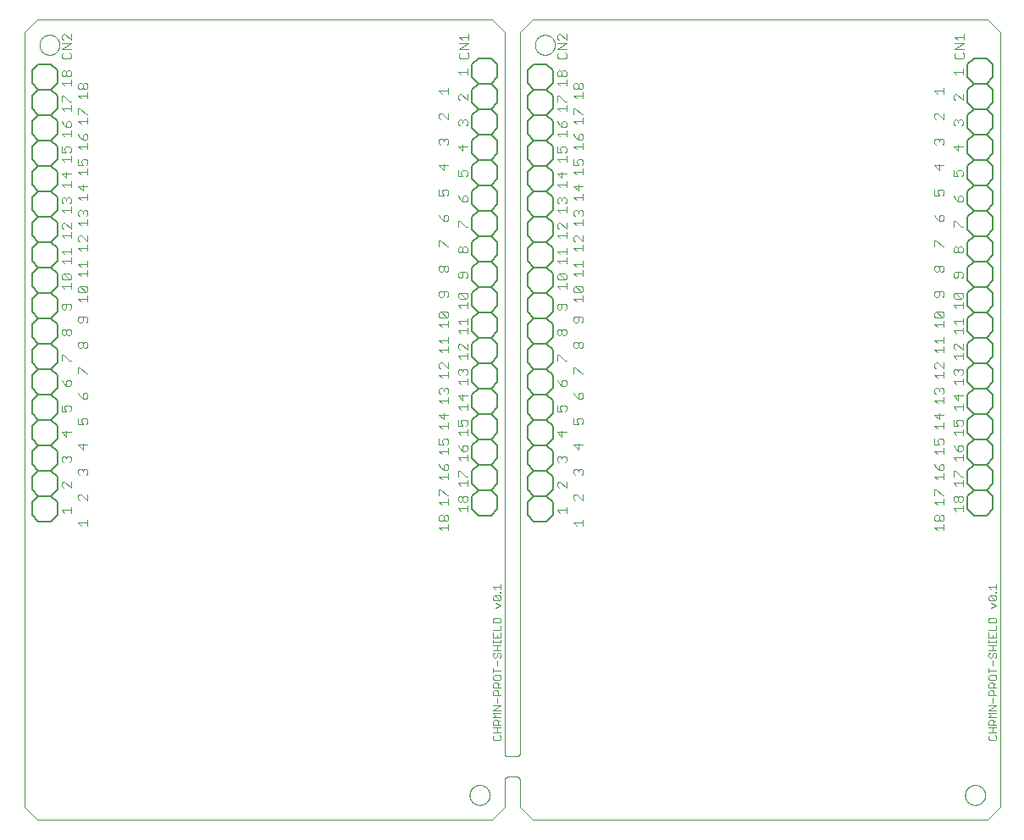
<source format=gto>
G75*
%MOIN*%
%OFA0B0*%
%FSLAX25Y25*%
%IPPOS*%
%LPD*%
%AMOC8*
5,1,8,0,0,1.08239X$1,22.5*
%
%ADD10C,0.00000*%
%ADD11C,0.00300*%
%ADD12C,0.00600*%
D10*
X0001202Y0006000D02*
X0006202Y0001000D01*
X0185202Y0001000D01*
X0190202Y0006000D01*
X0190202Y0016750D01*
X0190204Y0016818D01*
X0190209Y0016885D01*
X0190218Y0016952D01*
X0190231Y0017019D01*
X0190248Y0017084D01*
X0190267Y0017149D01*
X0190291Y0017213D01*
X0190318Y0017275D01*
X0190348Y0017336D01*
X0190381Y0017394D01*
X0190417Y0017451D01*
X0190457Y0017506D01*
X0190499Y0017559D01*
X0190545Y0017610D01*
X0190592Y0017657D01*
X0190643Y0017703D01*
X0190696Y0017745D01*
X0190751Y0017785D01*
X0190808Y0017821D01*
X0190866Y0017854D01*
X0190927Y0017884D01*
X0190989Y0017911D01*
X0191053Y0017935D01*
X0191118Y0017954D01*
X0191183Y0017971D01*
X0191250Y0017984D01*
X0191317Y0017993D01*
X0191384Y0017998D01*
X0191452Y0018000D01*
X0194952Y0018000D01*
X0195020Y0017998D01*
X0195087Y0017993D01*
X0195154Y0017984D01*
X0195221Y0017971D01*
X0195286Y0017954D01*
X0195351Y0017935D01*
X0195415Y0017911D01*
X0195477Y0017884D01*
X0195538Y0017854D01*
X0195596Y0017821D01*
X0195653Y0017785D01*
X0195708Y0017745D01*
X0195761Y0017703D01*
X0195812Y0017657D01*
X0195859Y0017610D01*
X0195905Y0017559D01*
X0195947Y0017506D01*
X0195987Y0017451D01*
X0196023Y0017394D01*
X0196056Y0017336D01*
X0196086Y0017275D01*
X0196113Y0017213D01*
X0196137Y0017149D01*
X0196156Y0017084D01*
X0196173Y0017019D01*
X0196186Y0016952D01*
X0196195Y0016885D01*
X0196200Y0016818D01*
X0196202Y0016750D01*
X0196202Y0006000D01*
X0201202Y0001000D01*
X0380202Y0001000D01*
X0385202Y0006000D01*
X0385202Y0310962D01*
X0380203Y0315962D01*
X0201203Y0315999D01*
X0196202Y0310999D01*
X0196202Y0027250D01*
X0196200Y0027182D01*
X0196195Y0027115D01*
X0196186Y0027048D01*
X0196173Y0026981D01*
X0196156Y0026916D01*
X0196137Y0026851D01*
X0196113Y0026787D01*
X0196086Y0026725D01*
X0196056Y0026664D01*
X0196023Y0026606D01*
X0195987Y0026549D01*
X0195947Y0026494D01*
X0195905Y0026441D01*
X0195859Y0026390D01*
X0195812Y0026343D01*
X0195761Y0026297D01*
X0195708Y0026255D01*
X0195653Y0026215D01*
X0195596Y0026179D01*
X0195538Y0026146D01*
X0195477Y0026116D01*
X0195415Y0026089D01*
X0195351Y0026065D01*
X0195286Y0026046D01*
X0195221Y0026029D01*
X0195154Y0026016D01*
X0195087Y0026007D01*
X0195020Y0026002D01*
X0194952Y0026000D01*
X0191452Y0026000D01*
X0191384Y0026002D01*
X0191317Y0026007D01*
X0191250Y0026016D01*
X0191183Y0026029D01*
X0191118Y0026046D01*
X0191053Y0026065D01*
X0190989Y0026089D01*
X0190927Y0026116D01*
X0190866Y0026146D01*
X0190808Y0026179D01*
X0190751Y0026215D01*
X0190696Y0026255D01*
X0190643Y0026297D01*
X0190592Y0026343D01*
X0190545Y0026390D01*
X0190499Y0026441D01*
X0190457Y0026494D01*
X0190417Y0026549D01*
X0190381Y0026606D01*
X0190348Y0026664D01*
X0190318Y0026725D01*
X0190291Y0026787D01*
X0190267Y0026851D01*
X0190248Y0026916D01*
X0190231Y0026981D01*
X0190218Y0027048D01*
X0190209Y0027115D01*
X0190204Y0027182D01*
X0190202Y0027250D01*
X0190202Y0310962D01*
X0185203Y0315962D01*
X0006203Y0315999D01*
X0001202Y0310999D01*
X0001202Y0006000D01*
X0176423Y0010843D02*
X0176425Y0010968D01*
X0176431Y0011093D01*
X0176441Y0011217D01*
X0176455Y0011341D01*
X0176472Y0011465D01*
X0176494Y0011588D01*
X0176520Y0011710D01*
X0176549Y0011832D01*
X0176582Y0011952D01*
X0176620Y0012071D01*
X0176660Y0012190D01*
X0176705Y0012306D01*
X0176753Y0012421D01*
X0176805Y0012535D01*
X0176861Y0012647D01*
X0176920Y0012757D01*
X0176982Y0012865D01*
X0177048Y0012972D01*
X0177117Y0013076D01*
X0177190Y0013177D01*
X0177265Y0013277D01*
X0177344Y0013374D01*
X0177426Y0013468D01*
X0177511Y0013560D01*
X0177598Y0013649D01*
X0177689Y0013735D01*
X0177782Y0013818D01*
X0177878Y0013899D01*
X0177976Y0013976D01*
X0178076Y0014050D01*
X0178179Y0014121D01*
X0178284Y0014188D01*
X0178392Y0014253D01*
X0178501Y0014313D01*
X0178612Y0014371D01*
X0178725Y0014424D01*
X0178839Y0014474D01*
X0178955Y0014521D01*
X0179072Y0014563D01*
X0179191Y0014602D01*
X0179311Y0014638D01*
X0179432Y0014669D01*
X0179554Y0014697D01*
X0179676Y0014720D01*
X0179800Y0014740D01*
X0179924Y0014756D01*
X0180048Y0014768D01*
X0180173Y0014776D01*
X0180298Y0014780D01*
X0180422Y0014780D01*
X0180547Y0014776D01*
X0180672Y0014768D01*
X0180796Y0014756D01*
X0180920Y0014740D01*
X0181044Y0014720D01*
X0181166Y0014697D01*
X0181288Y0014669D01*
X0181409Y0014638D01*
X0181529Y0014602D01*
X0181648Y0014563D01*
X0181765Y0014521D01*
X0181881Y0014474D01*
X0181995Y0014424D01*
X0182108Y0014371D01*
X0182219Y0014313D01*
X0182329Y0014253D01*
X0182436Y0014188D01*
X0182541Y0014121D01*
X0182644Y0014050D01*
X0182744Y0013976D01*
X0182842Y0013899D01*
X0182938Y0013818D01*
X0183031Y0013735D01*
X0183122Y0013649D01*
X0183209Y0013560D01*
X0183294Y0013468D01*
X0183376Y0013374D01*
X0183455Y0013277D01*
X0183530Y0013177D01*
X0183603Y0013076D01*
X0183672Y0012972D01*
X0183738Y0012865D01*
X0183800Y0012757D01*
X0183859Y0012647D01*
X0183915Y0012535D01*
X0183967Y0012421D01*
X0184015Y0012306D01*
X0184060Y0012190D01*
X0184100Y0012071D01*
X0184138Y0011952D01*
X0184171Y0011832D01*
X0184200Y0011710D01*
X0184226Y0011588D01*
X0184248Y0011465D01*
X0184265Y0011341D01*
X0184279Y0011217D01*
X0184289Y0011093D01*
X0184295Y0010968D01*
X0184297Y0010843D01*
X0184295Y0010718D01*
X0184289Y0010593D01*
X0184279Y0010469D01*
X0184265Y0010345D01*
X0184248Y0010221D01*
X0184226Y0010098D01*
X0184200Y0009976D01*
X0184171Y0009854D01*
X0184138Y0009734D01*
X0184100Y0009615D01*
X0184060Y0009496D01*
X0184015Y0009380D01*
X0183967Y0009265D01*
X0183915Y0009151D01*
X0183859Y0009039D01*
X0183800Y0008929D01*
X0183738Y0008821D01*
X0183672Y0008714D01*
X0183603Y0008610D01*
X0183530Y0008509D01*
X0183455Y0008409D01*
X0183376Y0008312D01*
X0183294Y0008218D01*
X0183209Y0008126D01*
X0183122Y0008037D01*
X0183031Y0007951D01*
X0182938Y0007868D01*
X0182842Y0007787D01*
X0182744Y0007710D01*
X0182644Y0007636D01*
X0182541Y0007565D01*
X0182436Y0007498D01*
X0182328Y0007433D01*
X0182219Y0007373D01*
X0182108Y0007315D01*
X0181995Y0007262D01*
X0181881Y0007212D01*
X0181765Y0007165D01*
X0181648Y0007123D01*
X0181529Y0007084D01*
X0181409Y0007048D01*
X0181288Y0007017D01*
X0181166Y0006989D01*
X0181044Y0006966D01*
X0180920Y0006946D01*
X0180796Y0006930D01*
X0180672Y0006918D01*
X0180547Y0006910D01*
X0180422Y0006906D01*
X0180298Y0006906D01*
X0180173Y0006910D01*
X0180048Y0006918D01*
X0179924Y0006930D01*
X0179800Y0006946D01*
X0179676Y0006966D01*
X0179554Y0006989D01*
X0179432Y0007017D01*
X0179311Y0007048D01*
X0179191Y0007084D01*
X0179072Y0007123D01*
X0178955Y0007165D01*
X0178839Y0007212D01*
X0178725Y0007262D01*
X0178612Y0007315D01*
X0178501Y0007373D01*
X0178391Y0007433D01*
X0178284Y0007498D01*
X0178179Y0007565D01*
X0178076Y0007636D01*
X0177976Y0007710D01*
X0177878Y0007787D01*
X0177782Y0007868D01*
X0177689Y0007951D01*
X0177598Y0008037D01*
X0177511Y0008126D01*
X0177426Y0008218D01*
X0177344Y0008312D01*
X0177265Y0008409D01*
X0177190Y0008509D01*
X0177117Y0008610D01*
X0177048Y0008714D01*
X0176982Y0008821D01*
X0176920Y0008929D01*
X0176861Y0009039D01*
X0176805Y0009151D01*
X0176753Y0009265D01*
X0176705Y0009380D01*
X0176660Y0009496D01*
X0176620Y0009615D01*
X0176582Y0009734D01*
X0176549Y0009854D01*
X0176520Y0009976D01*
X0176494Y0010098D01*
X0176472Y0010221D01*
X0176455Y0010345D01*
X0176441Y0010469D01*
X0176431Y0010593D01*
X0176425Y0010718D01*
X0176423Y0010843D01*
X0371423Y0010843D02*
X0371425Y0010968D01*
X0371431Y0011093D01*
X0371441Y0011217D01*
X0371455Y0011341D01*
X0371472Y0011465D01*
X0371494Y0011588D01*
X0371520Y0011710D01*
X0371549Y0011832D01*
X0371582Y0011952D01*
X0371620Y0012071D01*
X0371660Y0012190D01*
X0371705Y0012306D01*
X0371753Y0012421D01*
X0371805Y0012535D01*
X0371861Y0012647D01*
X0371920Y0012757D01*
X0371982Y0012865D01*
X0372048Y0012972D01*
X0372117Y0013076D01*
X0372190Y0013177D01*
X0372265Y0013277D01*
X0372344Y0013374D01*
X0372426Y0013468D01*
X0372511Y0013560D01*
X0372598Y0013649D01*
X0372689Y0013735D01*
X0372782Y0013818D01*
X0372878Y0013899D01*
X0372976Y0013976D01*
X0373076Y0014050D01*
X0373179Y0014121D01*
X0373284Y0014188D01*
X0373392Y0014253D01*
X0373501Y0014313D01*
X0373612Y0014371D01*
X0373725Y0014424D01*
X0373839Y0014474D01*
X0373955Y0014521D01*
X0374072Y0014563D01*
X0374191Y0014602D01*
X0374311Y0014638D01*
X0374432Y0014669D01*
X0374554Y0014697D01*
X0374676Y0014720D01*
X0374800Y0014740D01*
X0374924Y0014756D01*
X0375048Y0014768D01*
X0375173Y0014776D01*
X0375298Y0014780D01*
X0375422Y0014780D01*
X0375547Y0014776D01*
X0375672Y0014768D01*
X0375796Y0014756D01*
X0375920Y0014740D01*
X0376044Y0014720D01*
X0376166Y0014697D01*
X0376288Y0014669D01*
X0376409Y0014638D01*
X0376529Y0014602D01*
X0376648Y0014563D01*
X0376765Y0014521D01*
X0376881Y0014474D01*
X0376995Y0014424D01*
X0377108Y0014371D01*
X0377219Y0014313D01*
X0377329Y0014253D01*
X0377436Y0014188D01*
X0377541Y0014121D01*
X0377644Y0014050D01*
X0377744Y0013976D01*
X0377842Y0013899D01*
X0377938Y0013818D01*
X0378031Y0013735D01*
X0378122Y0013649D01*
X0378209Y0013560D01*
X0378294Y0013468D01*
X0378376Y0013374D01*
X0378455Y0013277D01*
X0378530Y0013177D01*
X0378603Y0013076D01*
X0378672Y0012972D01*
X0378738Y0012865D01*
X0378800Y0012757D01*
X0378859Y0012647D01*
X0378915Y0012535D01*
X0378967Y0012421D01*
X0379015Y0012306D01*
X0379060Y0012190D01*
X0379100Y0012071D01*
X0379138Y0011952D01*
X0379171Y0011832D01*
X0379200Y0011710D01*
X0379226Y0011588D01*
X0379248Y0011465D01*
X0379265Y0011341D01*
X0379279Y0011217D01*
X0379289Y0011093D01*
X0379295Y0010968D01*
X0379297Y0010843D01*
X0379295Y0010718D01*
X0379289Y0010593D01*
X0379279Y0010469D01*
X0379265Y0010345D01*
X0379248Y0010221D01*
X0379226Y0010098D01*
X0379200Y0009976D01*
X0379171Y0009854D01*
X0379138Y0009734D01*
X0379100Y0009615D01*
X0379060Y0009496D01*
X0379015Y0009380D01*
X0378967Y0009265D01*
X0378915Y0009151D01*
X0378859Y0009039D01*
X0378800Y0008929D01*
X0378738Y0008821D01*
X0378672Y0008714D01*
X0378603Y0008610D01*
X0378530Y0008509D01*
X0378455Y0008409D01*
X0378376Y0008312D01*
X0378294Y0008218D01*
X0378209Y0008126D01*
X0378122Y0008037D01*
X0378031Y0007951D01*
X0377938Y0007868D01*
X0377842Y0007787D01*
X0377744Y0007710D01*
X0377644Y0007636D01*
X0377541Y0007565D01*
X0377436Y0007498D01*
X0377328Y0007433D01*
X0377219Y0007373D01*
X0377108Y0007315D01*
X0376995Y0007262D01*
X0376881Y0007212D01*
X0376765Y0007165D01*
X0376648Y0007123D01*
X0376529Y0007084D01*
X0376409Y0007048D01*
X0376288Y0007017D01*
X0376166Y0006989D01*
X0376044Y0006966D01*
X0375920Y0006946D01*
X0375796Y0006930D01*
X0375672Y0006918D01*
X0375547Y0006910D01*
X0375422Y0006906D01*
X0375298Y0006906D01*
X0375173Y0006910D01*
X0375048Y0006918D01*
X0374924Y0006930D01*
X0374800Y0006946D01*
X0374676Y0006966D01*
X0374554Y0006989D01*
X0374432Y0007017D01*
X0374311Y0007048D01*
X0374191Y0007084D01*
X0374072Y0007123D01*
X0373955Y0007165D01*
X0373839Y0007212D01*
X0373725Y0007262D01*
X0373612Y0007315D01*
X0373501Y0007373D01*
X0373391Y0007433D01*
X0373284Y0007498D01*
X0373179Y0007565D01*
X0373076Y0007636D01*
X0372976Y0007710D01*
X0372878Y0007787D01*
X0372782Y0007868D01*
X0372689Y0007951D01*
X0372598Y0008037D01*
X0372511Y0008126D01*
X0372426Y0008218D01*
X0372344Y0008312D01*
X0372265Y0008409D01*
X0372190Y0008509D01*
X0372117Y0008610D01*
X0372048Y0008714D01*
X0371982Y0008821D01*
X0371920Y0008929D01*
X0371861Y0009039D01*
X0371805Y0009151D01*
X0371753Y0009265D01*
X0371705Y0009380D01*
X0371660Y0009496D01*
X0371620Y0009615D01*
X0371582Y0009734D01*
X0371549Y0009854D01*
X0371520Y0009976D01*
X0371494Y0010098D01*
X0371472Y0010221D01*
X0371455Y0010345D01*
X0371441Y0010469D01*
X0371431Y0010593D01*
X0371425Y0010718D01*
X0371423Y0010843D01*
X0202132Y0306118D02*
X0202134Y0306243D01*
X0202140Y0306368D01*
X0202150Y0306492D01*
X0202164Y0306616D01*
X0202181Y0306740D01*
X0202203Y0306863D01*
X0202229Y0306985D01*
X0202258Y0307107D01*
X0202291Y0307227D01*
X0202329Y0307346D01*
X0202369Y0307465D01*
X0202414Y0307581D01*
X0202462Y0307696D01*
X0202514Y0307810D01*
X0202570Y0307922D01*
X0202629Y0308032D01*
X0202691Y0308140D01*
X0202757Y0308247D01*
X0202826Y0308351D01*
X0202899Y0308452D01*
X0202974Y0308552D01*
X0203053Y0308649D01*
X0203135Y0308743D01*
X0203220Y0308835D01*
X0203307Y0308924D01*
X0203398Y0309010D01*
X0203491Y0309093D01*
X0203587Y0309174D01*
X0203685Y0309251D01*
X0203785Y0309325D01*
X0203888Y0309396D01*
X0203993Y0309463D01*
X0204101Y0309528D01*
X0204210Y0309588D01*
X0204321Y0309646D01*
X0204434Y0309699D01*
X0204548Y0309749D01*
X0204664Y0309796D01*
X0204781Y0309838D01*
X0204900Y0309877D01*
X0205020Y0309913D01*
X0205141Y0309944D01*
X0205263Y0309972D01*
X0205385Y0309995D01*
X0205509Y0310015D01*
X0205633Y0310031D01*
X0205757Y0310043D01*
X0205882Y0310051D01*
X0206007Y0310055D01*
X0206131Y0310055D01*
X0206256Y0310051D01*
X0206381Y0310043D01*
X0206505Y0310031D01*
X0206629Y0310015D01*
X0206753Y0309995D01*
X0206875Y0309972D01*
X0206997Y0309944D01*
X0207118Y0309913D01*
X0207238Y0309877D01*
X0207357Y0309838D01*
X0207474Y0309796D01*
X0207590Y0309749D01*
X0207704Y0309699D01*
X0207817Y0309646D01*
X0207928Y0309588D01*
X0208038Y0309528D01*
X0208145Y0309463D01*
X0208250Y0309396D01*
X0208353Y0309325D01*
X0208453Y0309251D01*
X0208551Y0309174D01*
X0208647Y0309093D01*
X0208740Y0309010D01*
X0208831Y0308924D01*
X0208918Y0308835D01*
X0209003Y0308743D01*
X0209085Y0308649D01*
X0209164Y0308552D01*
X0209239Y0308452D01*
X0209312Y0308351D01*
X0209381Y0308247D01*
X0209447Y0308140D01*
X0209509Y0308032D01*
X0209568Y0307922D01*
X0209624Y0307810D01*
X0209676Y0307696D01*
X0209724Y0307581D01*
X0209769Y0307465D01*
X0209809Y0307346D01*
X0209847Y0307227D01*
X0209880Y0307107D01*
X0209909Y0306985D01*
X0209935Y0306863D01*
X0209957Y0306740D01*
X0209974Y0306616D01*
X0209988Y0306492D01*
X0209998Y0306368D01*
X0210004Y0306243D01*
X0210006Y0306118D01*
X0210004Y0305993D01*
X0209998Y0305868D01*
X0209988Y0305744D01*
X0209974Y0305620D01*
X0209957Y0305496D01*
X0209935Y0305373D01*
X0209909Y0305251D01*
X0209880Y0305129D01*
X0209847Y0305009D01*
X0209809Y0304890D01*
X0209769Y0304771D01*
X0209724Y0304655D01*
X0209676Y0304540D01*
X0209624Y0304426D01*
X0209568Y0304314D01*
X0209509Y0304204D01*
X0209447Y0304096D01*
X0209381Y0303989D01*
X0209312Y0303885D01*
X0209239Y0303784D01*
X0209164Y0303684D01*
X0209085Y0303587D01*
X0209003Y0303493D01*
X0208918Y0303401D01*
X0208831Y0303312D01*
X0208740Y0303226D01*
X0208647Y0303143D01*
X0208551Y0303062D01*
X0208453Y0302985D01*
X0208353Y0302911D01*
X0208250Y0302840D01*
X0208145Y0302773D01*
X0208037Y0302708D01*
X0207928Y0302648D01*
X0207817Y0302590D01*
X0207704Y0302537D01*
X0207590Y0302487D01*
X0207474Y0302440D01*
X0207357Y0302398D01*
X0207238Y0302359D01*
X0207118Y0302323D01*
X0206997Y0302292D01*
X0206875Y0302264D01*
X0206753Y0302241D01*
X0206629Y0302221D01*
X0206505Y0302205D01*
X0206381Y0302193D01*
X0206256Y0302185D01*
X0206131Y0302181D01*
X0206007Y0302181D01*
X0205882Y0302185D01*
X0205757Y0302193D01*
X0205633Y0302205D01*
X0205509Y0302221D01*
X0205385Y0302241D01*
X0205263Y0302264D01*
X0205141Y0302292D01*
X0205020Y0302323D01*
X0204900Y0302359D01*
X0204781Y0302398D01*
X0204664Y0302440D01*
X0204548Y0302487D01*
X0204434Y0302537D01*
X0204321Y0302590D01*
X0204210Y0302648D01*
X0204100Y0302708D01*
X0203993Y0302773D01*
X0203888Y0302840D01*
X0203785Y0302911D01*
X0203685Y0302985D01*
X0203587Y0303062D01*
X0203491Y0303143D01*
X0203398Y0303226D01*
X0203307Y0303312D01*
X0203220Y0303401D01*
X0203135Y0303493D01*
X0203053Y0303587D01*
X0202974Y0303684D01*
X0202899Y0303784D01*
X0202826Y0303885D01*
X0202757Y0303989D01*
X0202691Y0304096D01*
X0202629Y0304204D01*
X0202570Y0304314D01*
X0202514Y0304426D01*
X0202462Y0304540D01*
X0202414Y0304655D01*
X0202369Y0304771D01*
X0202329Y0304890D01*
X0202291Y0305009D01*
X0202258Y0305129D01*
X0202229Y0305251D01*
X0202203Y0305373D01*
X0202181Y0305496D01*
X0202164Y0305620D01*
X0202150Y0305744D01*
X0202140Y0305868D01*
X0202134Y0305993D01*
X0202132Y0306118D01*
X0007132Y0306118D02*
X0007134Y0306243D01*
X0007140Y0306368D01*
X0007150Y0306492D01*
X0007164Y0306616D01*
X0007181Y0306740D01*
X0007203Y0306863D01*
X0007229Y0306985D01*
X0007258Y0307107D01*
X0007291Y0307227D01*
X0007329Y0307346D01*
X0007369Y0307465D01*
X0007414Y0307581D01*
X0007462Y0307696D01*
X0007514Y0307810D01*
X0007570Y0307922D01*
X0007629Y0308032D01*
X0007691Y0308140D01*
X0007757Y0308247D01*
X0007826Y0308351D01*
X0007899Y0308452D01*
X0007974Y0308552D01*
X0008053Y0308649D01*
X0008135Y0308743D01*
X0008220Y0308835D01*
X0008307Y0308924D01*
X0008398Y0309010D01*
X0008491Y0309093D01*
X0008587Y0309174D01*
X0008685Y0309251D01*
X0008785Y0309325D01*
X0008888Y0309396D01*
X0008993Y0309463D01*
X0009101Y0309528D01*
X0009210Y0309588D01*
X0009321Y0309646D01*
X0009434Y0309699D01*
X0009548Y0309749D01*
X0009664Y0309796D01*
X0009781Y0309838D01*
X0009900Y0309877D01*
X0010020Y0309913D01*
X0010141Y0309944D01*
X0010263Y0309972D01*
X0010385Y0309995D01*
X0010509Y0310015D01*
X0010633Y0310031D01*
X0010757Y0310043D01*
X0010882Y0310051D01*
X0011007Y0310055D01*
X0011131Y0310055D01*
X0011256Y0310051D01*
X0011381Y0310043D01*
X0011505Y0310031D01*
X0011629Y0310015D01*
X0011753Y0309995D01*
X0011875Y0309972D01*
X0011997Y0309944D01*
X0012118Y0309913D01*
X0012238Y0309877D01*
X0012357Y0309838D01*
X0012474Y0309796D01*
X0012590Y0309749D01*
X0012704Y0309699D01*
X0012817Y0309646D01*
X0012928Y0309588D01*
X0013038Y0309528D01*
X0013145Y0309463D01*
X0013250Y0309396D01*
X0013353Y0309325D01*
X0013453Y0309251D01*
X0013551Y0309174D01*
X0013647Y0309093D01*
X0013740Y0309010D01*
X0013831Y0308924D01*
X0013918Y0308835D01*
X0014003Y0308743D01*
X0014085Y0308649D01*
X0014164Y0308552D01*
X0014239Y0308452D01*
X0014312Y0308351D01*
X0014381Y0308247D01*
X0014447Y0308140D01*
X0014509Y0308032D01*
X0014568Y0307922D01*
X0014624Y0307810D01*
X0014676Y0307696D01*
X0014724Y0307581D01*
X0014769Y0307465D01*
X0014809Y0307346D01*
X0014847Y0307227D01*
X0014880Y0307107D01*
X0014909Y0306985D01*
X0014935Y0306863D01*
X0014957Y0306740D01*
X0014974Y0306616D01*
X0014988Y0306492D01*
X0014998Y0306368D01*
X0015004Y0306243D01*
X0015006Y0306118D01*
X0015004Y0305993D01*
X0014998Y0305868D01*
X0014988Y0305744D01*
X0014974Y0305620D01*
X0014957Y0305496D01*
X0014935Y0305373D01*
X0014909Y0305251D01*
X0014880Y0305129D01*
X0014847Y0305009D01*
X0014809Y0304890D01*
X0014769Y0304771D01*
X0014724Y0304655D01*
X0014676Y0304540D01*
X0014624Y0304426D01*
X0014568Y0304314D01*
X0014509Y0304204D01*
X0014447Y0304096D01*
X0014381Y0303989D01*
X0014312Y0303885D01*
X0014239Y0303784D01*
X0014164Y0303684D01*
X0014085Y0303587D01*
X0014003Y0303493D01*
X0013918Y0303401D01*
X0013831Y0303312D01*
X0013740Y0303226D01*
X0013647Y0303143D01*
X0013551Y0303062D01*
X0013453Y0302985D01*
X0013353Y0302911D01*
X0013250Y0302840D01*
X0013145Y0302773D01*
X0013037Y0302708D01*
X0012928Y0302648D01*
X0012817Y0302590D01*
X0012704Y0302537D01*
X0012590Y0302487D01*
X0012474Y0302440D01*
X0012357Y0302398D01*
X0012238Y0302359D01*
X0012118Y0302323D01*
X0011997Y0302292D01*
X0011875Y0302264D01*
X0011753Y0302241D01*
X0011629Y0302221D01*
X0011505Y0302205D01*
X0011381Y0302193D01*
X0011256Y0302185D01*
X0011131Y0302181D01*
X0011007Y0302181D01*
X0010882Y0302185D01*
X0010757Y0302193D01*
X0010633Y0302205D01*
X0010509Y0302221D01*
X0010385Y0302241D01*
X0010263Y0302264D01*
X0010141Y0302292D01*
X0010020Y0302323D01*
X0009900Y0302359D01*
X0009781Y0302398D01*
X0009664Y0302440D01*
X0009548Y0302487D01*
X0009434Y0302537D01*
X0009321Y0302590D01*
X0009210Y0302648D01*
X0009100Y0302708D01*
X0008993Y0302773D01*
X0008888Y0302840D01*
X0008785Y0302911D01*
X0008685Y0302985D01*
X0008587Y0303062D01*
X0008491Y0303143D01*
X0008398Y0303226D01*
X0008307Y0303312D01*
X0008220Y0303401D01*
X0008135Y0303493D01*
X0008053Y0303587D01*
X0007974Y0303684D01*
X0007899Y0303784D01*
X0007826Y0303885D01*
X0007757Y0303989D01*
X0007691Y0304096D01*
X0007629Y0304204D01*
X0007570Y0304314D01*
X0007514Y0304426D01*
X0007462Y0304540D01*
X0007414Y0304655D01*
X0007369Y0304771D01*
X0007329Y0304890D01*
X0007291Y0305009D01*
X0007258Y0305129D01*
X0007229Y0305251D01*
X0007203Y0305373D01*
X0007181Y0305496D01*
X0007164Y0305620D01*
X0007150Y0305744D01*
X0007140Y0305868D01*
X0007134Y0305993D01*
X0007132Y0306118D01*
D11*
X0015849Y0306777D02*
X0019552Y0306777D01*
X0015849Y0304308D01*
X0019552Y0304308D01*
X0018935Y0303094D02*
X0019552Y0302477D01*
X0019552Y0301242D01*
X0018935Y0300625D01*
X0016466Y0300625D01*
X0015849Y0301242D01*
X0015849Y0302477D01*
X0016466Y0303094D01*
X0016466Y0307992D02*
X0015849Y0308609D01*
X0015849Y0309843D01*
X0016466Y0310460D01*
X0017084Y0310460D01*
X0019552Y0307992D01*
X0019552Y0310460D01*
X0018935Y0296119D02*
X0019552Y0295502D01*
X0019552Y0294267D01*
X0018935Y0293650D01*
X0018318Y0293650D01*
X0017701Y0294267D01*
X0017701Y0295502D01*
X0018318Y0296119D01*
X0018935Y0296119D01*
X0017701Y0295502D02*
X0017084Y0296119D01*
X0016466Y0296119D01*
X0015849Y0295502D01*
X0015849Y0294267D01*
X0016466Y0293650D01*
X0017084Y0293650D01*
X0017701Y0294267D01*
X0019552Y0292436D02*
X0019552Y0289967D01*
X0019552Y0291201D02*
X0015849Y0291201D01*
X0017084Y0289967D01*
X0016466Y0286119D02*
X0018935Y0283650D01*
X0019552Y0283650D01*
X0019552Y0282436D02*
X0019552Y0279967D01*
X0019552Y0281201D02*
X0015849Y0281201D01*
X0017084Y0279967D01*
X0015849Y0283650D02*
X0015849Y0286119D01*
X0016466Y0286119D01*
X0022349Y0286201D02*
X0026052Y0286201D01*
X0026052Y0284967D02*
X0026052Y0287436D01*
X0025435Y0288650D02*
X0024818Y0288650D01*
X0024201Y0289267D01*
X0024201Y0290502D01*
X0024818Y0291119D01*
X0025435Y0291119D01*
X0026052Y0290502D01*
X0026052Y0289267D01*
X0025435Y0288650D01*
X0024201Y0289267D02*
X0023584Y0288650D01*
X0022966Y0288650D01*
X0022349Y0289267D01*
X0022349Y0290502D01*
X0022966Y0291119D01*
X0023584Y0291119D01*
X0024201Y0290502D01*
X0022349Y0286201D02*
X0023584Y0284967D01*
X0022966Y0281119D02*
X0025435Y0278650D01*
X0026052Y0278650D01*
X0026052Y0277436D02*
X0026052Y0274967D01*
X0026052Y0276201D02*
X0022349Y0276201D01*
X0023584Y0274967D01*
X0022349Y0278650D02*
X0022349Y0281119D01*
X0022966Y0281119D01*
X0018935Y0276119D02*
X0018318Y0276119D01*
X0017701Y0275502D01*
X0017701Y0273650D01*
X0018935Y0273650D01*
X0019552Y0274267D01*
X0019552Y0275502D01*
X0018935Y0276119D01*
X0016466Y0274884D02*
X0015849Y0276119D01*
X0016466Y0274884D02*
X0017701Y0273650D01*
X0019552Y0272436D02*
X0019552Y0269967D01*
X0019552Y0271201D02*
X0015849Y0271201D01*
X0017084Y0269967D01*
X0022349Y0271119D02*
X0022966Y0269884D01*
X0024201Y0268650D01*
X0024201Y0270502D01*
X0024818Y0271119D01*
X0025435Y0271119D01*
X0026052Y0270502D01*
X0026052Y0269267D01*
X0025435Y0268650D01*
X0024201Y0268650D01*
X0026052Y0267436D02*
X0026052Y0264967D01*
X0026052Y0266201D02*
X0022349Y0266201D01*
X0023584Y0264967D01*
X0024201Y0261119D02*
X0025435Y0261119D01*
X0026052Y0260502D01*
X0026052Y0259267D01*
X0025435Y0258650D01*
X0024201Y0258650D02*
X0023584Y0259884D01*
X0023584Y0260502D01*
X0024201Y0261119D01*
X0022349Y0261119D02*
X0022349Y0258650D01*
X0024201Y0258650D01*
X0026052Y0257436D02*
X0026052Y0254967D01*
X0026052Y0256201D02*
X0022349Y0256201D01*
X0023584Y0254967D01*
X0024201Y0251119D02*
X0024201Y0248650D01*
X0022349Y0250502D01*
X0026052Y0250502D01*
X0026052Y0247436D02*
X0026052Y0244967D01*
X0026052Y0246201D02*
X0022349Y0246201D01*
X0023584Y0244967D01*
X0023584Y0241119D02*
X0022966Y0241119D01*
X0022349Y0240502D01*
X0022349Y0239267D01*
X0022966Y0238650D01*
X0024201Y0239884D02*
X0024201Y0240502D01*
X0024818Y0241119D01*
X0025435Y0241119D01*
X0026052Y0240502D01*
X0026052Y0239267D01*
X0025435Y0238650D01*
X0026052Y0237436D02*
X0026052Y0234967D01*
X0026052Y0236201D02*
X0022349Y0236201D01*
X0023584Y0234967D01*
X0019552Y0236119D02*
X0019552Y0233650D01*
X0017084Y0236119D01*
X0016466Y0236119D01*
X0015849Y0235502D01*
X0015849Y0234267D01*
X0016466Y0233650D01*
X0015849Y0231201D02*
X0019552Y0231201D01*
X0019552Y0229967D02*
X0019552Y0232436D01*
X0022349Y0230502D02*
X0022349Y0229267D01*
X0022966Y0228650D01*
X0022349Y0230502D02*
X0022966Y0231119D01*
X0023584Y0231119D01*
X0026052Y0228650D01*
X0026052Y0231119D01*
X0026052Y0227436D02*
X0026052Y0224967D01*
X0026052Y0226201D02*
X0022349Y0226201D01*
X0023584Y0224967D01*
X0019552Y0224884D02*
X0015849Y0224884D01*
X0017084Y0223650D01*
X0019552Y0223650D02*
X0019552Y0226119D01*
X0019552Y0222436D02*
X0019552Y0219967D01*
X0019552Y0221201D02*
X0015849Y0221201D01*
X0017084Y0219967D01*
X0016466Y0216119D02*
X0018935Y0213650D01*
X0019552Y0214267D01*
X0019552Y0215502D01*
X0018935Y0216119D01*
X0016466Y0216119D01*
X0015849Y0215502D01*
X0015849Y0214267D01*
X0016466Y0213650D01*
X0018935Y0213650D01*
X0019552Y0212436D02*
X0019552Y0209967D01*
X0019552Y0211201D02*
X0015849Y0211201D01*
X0017084Y0209967D01*
X0022349Y0210502D02*
X0022966Y0211119D01*
X0025435Y0208650D01*
X0026052Y0209267D01*
X0026052Y0210502D01*
X0025435Y0211119D01*
X0022966Y0211119D01*
X0022349Y0210502D02*
X0022349Y0209267D01*
X0022966Y0208650D01*
X0025435Y0208650D01*
X0026052Y0207436D02*
X0026052Y0204967D01*
X0026052Y0206201D02*
X0022349Y0206201D01*
X0023584Y0204967D01*
X0019552Y0203660D02*
X0019552Y0202426D01*
X0018935Y0201808D01*
X0017701Y0202426D02*
X0017701Y0204277D01*
X0018935Y0204277D02*
X0016466Y0204277D01*
X0015849Y0203660D01*
X0015849Y0202426D01*
X0016466Y0201808D01*
X0017084Y0201808D01*
X0017701Y0202426D01*
X0019552Y0203660D02*
X0018935Y0204277D01*
X0022966Y0199277D02*
X0022349Y0198660D01*
X0022349Y0197426D01*
X0022966Y0196808D01*
X0023584Y0196808D01*
X0024201Y0197426D01*
X0024201Y0199277D01*
X0025435Y0199277D02*
X0022966Y0199277D01*
X0025435Y0199277D02*
X0026052Y0198660D01*
X0026052Y0197426D01*
X0025435Y0196808D01*
X0019552Y0193660D02*
X0019552Y0192426D01*
X0018935Y0191808D01*
X0018318Y0191808D01*
X0017701Y0192426D01*
X0017701Y0193660D01*
X0018318Y0194277D01*
X0018935Y0194277D01*
X0019552Y0193660D01*
X0017701Y0193660D02*
X0017084Y0194277D01*
X0016466Y0194277D01*
X0015849Y0193660D01*
X0015849Y0192426D01*
X0016466Y0191808D01*
X0017084Y0191808D01*
X0017701Y0192426D01*
X0022349Y0188660D02*
X0022966Y0189277D01*
X0023584Y0189277D01*
X0024201Y0188660D01*
X0024201Y0187426D01*
X0023584Y0186808D01*
X0022966Y0186808D01*
X0022349Y0187426D01*
X0022349Y0188660D01*
X0024201Y0188660D02*
X0024818Y0189277D01*
X0025435Y0189277D01*
X0026052Y0188660D01*
X0026052Y0187426D01*
X0025435Y0186808D01*
X0024818Y0186808D01*
X0024201Y0187426D01*
X0019552Y0181808D02*
X0018935Y0181808D01*
X0016466Y0184277D01*
X0015849Y0184277D01*
X0015849Y0181808D01*
X0022349Y0179277D02*
X0022966Y0179277D01*
X0025435Y0176808D01*
X0026052Y0176808D01*
X0022349Y0176808D02*
X0022349Y0179277D01*
X0018935Y0174277D02*
X0018318Y0174277D01*
X0017701Y0173660D01*
X0017701Y0171808D01*
X0018935Y0171808D01*
X0019552Y0172426D01*
X0019552Y0173660D01*
X0018935Y0174277D01*
X0016466Y0173043D02*
X0017701Y0171808D01*
X0016466Y0173043D02*
X0015849Y0174277D01*
X0022349Y0169277D02*
X0022966Y0168043D01*
X0024201Y0166808D01*
X0024201Y0168660D01*
X0024818Y0169277D01*
X0025435Y0169277D01*
X0026052Y0168660D01*
X0026052Y0167426D01*
X0025435Y0166808D01*
X0024201Y0166808D01*
X0019552Y0163660D02*
X0019552Y0162426D01*
X0018935Y0161808D01*
X0017701Y0161808D02*
X0017084Y0163043D01*
X0017084Y0163660D01*
X0017701Y0164277D01*
X0018935Y0164277D01*
X0019552Y0163660D01*
X0017701Y0161808D02*
X0015849Y0161808D01*
X0015849Y0164277D01*
X0022349Y0159277D02*
X0022349Y0156808D01*
X0024201Y0156808D01*
X0023584Y0158043D01*
X0023584Y0158660D01*
X0024201Y0159277D01*
X0025435Y0159277D01*
X0026052Y0158660D01*
X0026052Y0157426D01*
X0025435Y0156808D01*
X0019552Y0153660D02*
X0015849Y0153660D01*
X0017701Y0151808D01*
X0017701Y0154277D01*
X0022349Y0148660D02*
X0024201Y0146808D01*
X0024201Y0149277D01*
X0026052Y0148660D02*
X0022349Y0148660D01*
X0018935Y0144277D02*
X0019552Y0143660D01*
X0019552Y0142426D01*
X0018935Y0141808D01*
X0017701Y0143043D02*
X0017701Y0143660D01*
X0018318Y0144277D01*
X0018935Y0144277D01*
X0017701Y0143660D02*
X0017084Y0144277D01*
X0016466Y0144277D01*
X0015849Y0143660D01*
X0015849Y0142426D01*
X0016466Y0141808D01*
X0022349Y0138660D02*
X0022966Y0139277D01*
X0023584Y0139277D01*
X0024201Y0138660D01*
X0024818Y0139277D01*
X0025435Y0139277D01*
X0026052Y0138660D01*
X0026052Y0137426D01*
X0025435Y0136808D01*
X0024201Y0138043D02*
X0024201Y0138660D01*
X0022349Y0138660D02*
X0022349Y0137426D01*
X0022966Y0136808D01*
X0019552Y0134277D02*
X0019552Y0131808D01*
X0017084Y0134277D01*
X0016466Y0134277D01*
X0015849Y0133660D01*
X0015849Y0132426D01*
X0016466Y0131808D01*
X0022349Y0128660D02*
X0022349Y0127426D01*
X0022966Y0126808D01*
X0022349Y0128660D02*
X0022966Y0129277D01*
X0023584Y0129277D01*
X0026052Y0126808D01*
X0026052Y0129277D01*
X0019552Y0124277D02*
X0019552Y0121808D01*
X0019552Y0123043D02*
X0015849Y0123043D01*
X0017084Y0121808D01*
X0022349Y0118043D02*
X0026052Y0118043D01*
X0026052Y0119277D02*
X0026052Y0116808D01*
X0023584Y0116808D02*
X0022349Y0118043D01*
X0023584Y0214967D02*
X0022349Y0216201D01*
X0026052Y0216201D01*
X0026052Y0214967D02*
X0026052Y0217436D01*
X0026052Y0218650D02*
X0026052Y0221119D01*
X0026052Y0219884D02*
X0022349Y0219884D01*
X0023584Y0218650D01*
X0017084Y0229967D02*
X0015849Y0231201D01*
X0017084Y0239967D02*
X0015849Y0241201D01*
X0019552Y0241201D01*
X0019552Y0239967D02*
X0019552Y0242436D01*
X0018935Y0243650D02*
X0019552Y0244267D01*
X0019552Y0245502D01*
X0018935Y0246119D01*
X0018318Y0246119D01*
X0017701Y0245502D01*
X0017701Y0244884D01*
X0017701Y0245502D02*
X0017084Y0246119D01*
X0016466Y0246119D01*
X0015849Y0245502D01*
X0015849Y0244267D01*
X0016466Y0243650D01*
X0017084Y0249967D02*
X0015849Y0251201D01*
X0019552Y0251201D01*
X0019552Y0249967D02*
X0019552Y0252436D01*
X0017701Y0253650D02*
X0017701Y0256119D01*
X0019552Y0255502D02*
X0015849Y0255502D01*
X0017701Y0253650D01*
X0017084Y0259967D02*
X0015849Y0261201D01*
X0019552Y0261201D01*
X0019552Y0259967D02*
X0019552Y0262436D01*
X0018935Y0263650D02*
X0019552Y0264267D01*
X0019552Y0265502D01*
X0018935Y0266119D01*
X0017701Y0266119D01*
X0017084Y0265502D01*
X0017084Y0264884D01*
X0017701Y0263650D01*
X0015849Y0263650D01*
X0015849Y0266119D01*
X0023584Y0241119D02*
X0024201Y0240502D01*
X0164349Y0239277D02*
X0164966Y0238043D01*
X0166201Y0236808D01*
X0166201Y0238660D01*
X0166818Y0239277D01*
X0167435Y0239277D01*
X0168052Y0238660D01*
X0168052Y0237426D01*
X0167435Y0236808D01*
X0166201Y0236808D01*
X0171849Y0236777D02*
X0171849Y0234308D01*
X0171849Y0236777D02*
X0172466Y0236777D01*
X0174935Y0234308D01*
X0175552Y0234308D01*
X0174935Y0226777D02*
X0175552Y0226160D01*
X0175552Y0224926D01*
X0174935Y0224308D01*
X0174318Y0224308D01*
X0173701Y0224926D01*
X0173701Y0226160D01*
X0174318Y0226777D01*
X0174935Y0226777D01*
X0173701Y0226160D02*
X0173084Y0226777D01*
X0172466Y0226777D01*
X0171849Y0226160D01*
X0171849Y0224926D01*
X0172466Y0224308D01*
X0173084Y0224308D01*
X0173701Y0224926D01*
X0168052Y0226808D02*
X0167435Y0226808D01*
X0164966Y0229277D01*
X0164349Y0229277D01*
X0164349Y0226808D01*
X0164966Y0219277D02*
X0165584Y0219277D01*
X0166201Y0218660D01*
X0166201Y0217426D01*
X0165584Y0216808D01*
X0164966Y0216808D01*
X0164349Y0217426D01*
X0164349Y0218660D01*
X0164966Y0219277D01*
X0166201Y0218660D02*
X0166818Y0219277D01*
X0167435Y0219277D01*
X0168052Y0218660D01*
X0168052Y0217426D01*
X0167435Y0216808D01*
X0166818Y0216808D01*
X0166201Y0217426D01*
X0171849Y0216160D02*
X0171849Y0214926D01*
X0172466Y0214308D01*
X0173084Y0214308D01*
X0173701Y0214926D01*
X0173701Y0216777D01*
X0174935Y0216777D02*
X0172466Y0216777D01*
X0171849Y0216160D01*
X0174935Y0216777D02*
X0175552Y0216160D01*
X0175552Y0214926D01*
X0174935Y0214308D01*
X0174935Y0208619D02*
X0172466Y0208619D01*
X0174935Y0206150D01*
X0175552Y0206767D01*
X0175552Y0208002D01*
X0174935Y0208619D01*
X0172466Y0208619D02*
X0171849Y0208002D01*
X0171849Y0206767D01*
X0172466Y0206150D01*
X0174935Y0206150D01*
X0175552Y0204936D02*
X0175552Y0202467D01*
X0175552Y0203701D02*
X0171849Y0203701D01*
X0173084Y0202467D01*
X0175552Y0198619D02*
X0175552Y0196150D01*
X0175552Y0194936D02*
X0175552Y0192467D01*
X0175552Y0193701D02*
X0171849Y0193701D01*
X0173084Y0192467D01*
X0173084Y0196150D02*
X0171849Y0197384D01*
X0175552Y0197384D01*
X0168052Y0197436D02*
X0168052Y0194967D01*
X0168052Y0196201D02*
X0164349Y0196201D01*
X0165584Y0194967D01*
X0164966Y0198650D02*
X0164349Y0199267D01*
X0164349Y0200502D01*
X0164966Y0201119D01*
X0167435Y0198650D01*
X0168052Y0199267D01*
X0168052Y0200502D01*
X0167435Y0201119D01*
X0164966Y0201119D01*
X0164966Y0198650D02*
X0167435Y0198650D01*
X0168052Y0191119D02*
X0168052Y0188650D01*
X0168052Y0187436D02*
X0168052Y0184967D01*
X0168052Y0186201D02*
X0164349Y0186201D01*
X0165584Y0184967D01*
X0165584Y0188650D02*
X0164349Y0189884D01*
X0168052Y0189884D01*
X0171849Y0188002D02*
X0171849Y0186767D01*
X0172466Y0186150D01*
X0171849Y0188002D02*
X0172466Y0188619D01*
X0173084Y0188619D01*
X0175552Y0186150D01*
X0175552Y0188619D01*
X0175552Y0184936D02*
X0175552Y0182467D01*
X0175552Y0183701D02*
X0171849Y0183701D01*
X0173084Y0182467D01*
X0173084Y0178619D02*
X0173701Y0178002D01*
X0174318Y0178619D01*
X0174935Y0178619D01*
X0175552Y0178002D01*
X0175552Y0176767D01*
X0174935Y0176150D01*
X0175552Y0174936D02*
X0175552Y0172467D01*
X0175552Y0173701D02*
X0171849Y0173701D01*
X0173084Y0172467D01*
X0172466Y0176150D02*
X0171849Y0176767D01*
X0171849Y0178002D01*
X0172466Y0178619D01*
X0173084Y0178619D01*
X0173701Y0178002D02*
X0173701Y0177384D01*
X0168052Y0177436D02*
X0168052Y0174967D01*
X0168052Y0176201D02*
X0164349Y0176201D01*
X0165584Y0174967D01*
X0164966Y0178650D02*
X0164349Y0179267D01*
X0164349Y0180502D01*
X0164966Y0181119D01*
X0165584Y0181119D01*
X0168052Y0178650D01*
X0168052Y0181119D01*
X0167435Y0171119D02*
X0168052Y0170502D01*
X0168052Y0169267D01*
X0167435Y0168650D01*
X0168052Y0167436D02*
X0168052Y0164967D01*
X0168052Y0166201D02*
X0164349Y0166201D01*
X0165584Y0164967D01*
X0164966Y0168650D02*
X0164349Y0169267D01*
X0164349Y0170502D01*
X0164966Y0171119D01*
X0165584Y0171119D01*
X0166201Y0170502D01*
X0166818Y0171119D01*
X0167435Y0171119D01*
X0166201Y0170502D02*
X0166201Y0169884D01*
X0171849Y0168002D02*
X0173701Y0166150D01*
X0173701Y0168619D01*
X0175552Y0168002D02*
X0171849Y0168002D01*
X0171849Y0163701D02*
X0175552Y0163701D01*
X0175552Y0162467D02*
X0175552Y0164936D01*
X0173084Y0162467D02*
X0171849Y0163701D01*
X0168052Y0160502D02*
X0164349Y0160502D01*
X0166201Y0158650D01*
X0166201Y0161119D01*
X0168052Y0157436D02*
X0168052Y0154967D01*
X0168052Y0156201D02*
X0164349Y0156201D01*
X0165584Y0154967D01*
X0166201Y0151119D02*
X0165584Y0150502D01*
X0165584Y0149884D01*
X0166201Y0148650D01*
X0164349Y0148650D01*
X0164349Y0151119D01*
X0166201Y0151119D02*
X0167435Y0151119D01*
X0168052Y0150502D01*
X0168052Y0149267D01*
X0167435Y0148650D01*
X0168052Y0147436D02*
X0168052Y0144967D01*
X0168052Y0146201D02*
X0164349Y0146201D01*
X0165584Y0144967D01*
X0166818Y0141119D02*
X0166201Y0140502D01*
X0166201Y0138650D01*
X0167435Y0138650D01*
X0168052Y0139267D01*
X0168052Y0140502D01*
X0167435Y0141119D01*
X0166818Y0141119D01*
X0164966Y0139884D02*
X0166201Y0138650D01*
X0164966Y0139884D02*
X0164349Y0141119D01*
X0168052Y0137436D02*
X0168052Y0134967D01*
X0168052Y0136201D02*
X0164349Y0136201D01*
X0165584Y0134967D01*
X0164966Y0131119D02*
X0167435Y0128650D01*
X0168052Y0128650D01*
X0168052Y0127436D02*
X0168052Y0124967D01*
X0168052Y0126201D02*
X0164349Y0126201D01*
X0165584Y0124967D01*
X0165584Y0121119D02*
X0166201Y0120502D01*
X0166201Y0119267D01*
X0165584Y0118650D01*
X0164966Y0118650D01*
X0164349Y0119267D01*
X0164349Y0120502D01*
X0164966Y0121119D01*
X0165584Y0121119D01*
X0166201Y0120502D02*
X0166818Y0121119D01*
X0167435Y0121119D01*
X0168052Y0120502D01*
X0168052Y0119267D01*
X0167435Y0118650D01*
X0166818Y0118650D01*
X0166201Y0119267D01*
X0168052Y0117436D02*
X0168052Y0114967D01*
X0168052Y0116201D02*
X0164349Y0116201D01*
X0165584Y0114967D01*
X0173084Y0122467D02*
X0171849Y0123701D01*
X0175552Y0123701D01*
X0175552Y0122467D02*
X0175552Y0124936D01*
X0174935Y0126150D02*
X0174318Y0126150D01*
X0173701Y0126767D01*
X0173701Y0128002D01*
X0174318Y0128619D01*
X0174935Y0128619D01*
X0175552Y0128002D01*
X0175552Y0126767D01*
X0174935Y0126150D01*
X0173701Y0126767D02*
X0173084Y0126150D01*
X0172466Y0126150D01*
X0171849Y0126767D01*
X0171849Y0128002D01*
X0172466Y0128619D01*
X0173084Y0128619D01*
X0173701Y0128002D01*
X0173084Y0132467D02*
X0171849Y0133701D01*
X0175552Y0133701D01*
X0175552Y0132467D02*
X0175552Y0134936D01*
X0175552Y0136150D02*
X0174935Y0136150D01*
X0172466Y0138619D01*
X0171849Y0138619D01*
X0171849Y0136150D01*
X0173084Y0142467D02*
X0171849Y0143701D01*
X0175552Y0143701D01*
X0175552Y0142467D02*
X0175552Y0144936D01*
X0174935Y0146150D02*
X0173701Y0146150D01*
X0173701Y0148002D01*
X0174318Y0148619D01*
X0174935Y0148619D01*
X0175552Y0148002D01*
X0175552Y0146767D01*
X0174935Y0146150D01*
X0173701Y0146150D02*
X0172466Y0147384D01*
X0171849Y0148619D01*
X0173084Y0152467D02*
X0171849Y0153701D01*
X0175552Y0153701D01*
X0175552Y0152467D02*
X0175552Y0154936D01*
X0174935Y0156150D02*
X0175552Y0156767D01*
X0175552Y0158002D01*
X0174935Y0158619D01*
X0173701Y0158619D01*
X0173084Y0158002D01*
X0173084Y0157384D01*
X0173701Y0156150D01*
X0171849Y0156150D01*
X0171849Y0158619D01*
X0164966Y0131119D02*
X0164349Y0131119D01*
X0164349Y0128650D01*
X0185750Y0092855D02*
X0188652Y0092855D01*
X0188652Y0093822D02*
X0188652Y0091887D01*
X0188652Y0090898D02*
X0188652Y0090414D01*
X0188169Y0090414D01*
X0188169Y0090898D01*
X0188652Y0090898D01*
X0188169Y0089403D02*
X0188652Y0088919D01*
X0188652Y0087951D01*
X0188169Y0087468D01*
X0186234Y0089403D01*
X0188169Y0089403D01*
X0188169Y0087468D02*
X0186234Y0087468D01*
X0185750Y0087951D01*
X0185750Y0088919D01*
X0186234Y0089403D01*
X0186717Y0091887D02*
X0185750Y0092855D01*
X0186717Y0086456D02*
X0188652Y0085489D01*
X0186717Y0084521D01*
X0186234Y0080563D02*
X0185750Y0080079D01*
X0185750Y0078628D01*
X0188652Y0078628D01*
X0188652Y0080079D01*
X0188169Y0080563D01*
X0186234Y0080563D01*
X0188652Y0077617D02*
X0188652Y0075682D01*
X0185750Y0075682D01*
X0185750Y0074670D02*
X0185750Y0072735D01*
X0188652Y0072735D01*
X0188652Y0074670D01*
X0187201Y0073703D02*
X0187201Y0072735D01*
X0185750Y0071738D02*
X0185750Y0070771D01*
X0185750Y0071254D02*
X0188652Y0071254D01*
X0188652Y0070771D02*
X0188652Y0071738D01*
X0188652Y0069759D02*
X0185750Y0069759D01*
X0187201Y0069759D02*
X0187201Y0067824D01*
X0187685Y0066813D02*
X0188169Y0066813D01*
X0188652Y0066329D01*
X0188652Y0065361D01*
X0188169Y0064878D01*
X0187201Y0065361D02*
X0187201Y0066329D01*
X0187685Y0066813D01*
X0188652Y0067824D02*
X0185750Y0067824D01*
X0186234Y0066813D02*
X0185750Y0066329D01*
X0185750Y0065361D01*
X0186234Y0064878D01*
X0186717Y0064878D01*
X0187201Y0065361D01*
X0187201Y0063866D02*
X0187201Y0061931D01*
X0185750Y0060920D02*
X0185750Y0058985D01*
X0185750Y0059952D02*
X0188652Y0059952D01*
X0188169Y0057973D02*
X0186234Y0057973D01*
X0185750Y0057489D01*
X0185750Y0056522D01*
X0186234Y0056038D01*
X0188169Y0056038D01*
X0188652Y0056522D01*
X0188652Y0057489D01*
X0188169Y0057973D01*
X0188652Y0055027D02*
X0187685Y0054059D01*
X0187685Y0054543D02*
X0187685Y0053092D01*
X0188652Y0053092D02*
X0185750Y0053092D01*
X0185750Y0054543D01*
X0186234Y0055027D01*
X0187201Y0055027D01*
X0187685Y0054543D01*
X0187201Y0052080D02*
X0187685Y0051596D01*
X0187685Y0050145D01*
X0188652Y0050145D02*
X0185750Y0050145D01*
X0185750Y0051596D01*
X0186234Y0052080D01*
X0187201Y0052080D01*
X0187201Y0049134D02*
X0187201Y0047199D01*
X0188652Y0046187D02*
X0185750Y0046187D01*
X0185750Y0044252D02*
X0188652Y0046187D01*
X0188652Y0044252D02*
X0185750Y0044252D01*
X0185750Y0043241D02*
X0188652Y0043241D01*
X0188652Y0041306D02*
X0185750Y0041306D01*
X0186717Y0042273D01*
X0185750Y0043241D01*
X0186234Y0040294D02*
X0187201Y0040294D01*
X0187685Y0039810D01*
X0187685Y0038359D01*
X0188652Y0038359D02*
X0185750Y0038359D01*
X0185750Y0039810D01*
X0186234Y0040294D01*
X0187685Y0039327D02*
X0188652Y0040294D01*
X0188652Y0037348D02*
X0185750Y0037348D01*
X0187201Y0037348D02*
X0187201Y0035413D01*
X0186234Y0034401D02*
X0185750Y0033917D01*
X0185750Y0032950D01*
X0186234Y0032466D01*
X0188169Y0032466D01*
X0188652Y0032950D01*
X0188652Y0033917D01*
X0188169Y0034401D01*
X0188652Y0035413D02*
X0185750Y0035413D01*
X0218584Y0116808D02*
X0217349Y0118043D01*
X0221052Y0118043D01*
X0221052Y0119277D02*
X0221052Y0116808D01*
X0214552Y0121808D02*
X0214552Y0124277D01*
X0214552Y0123043D02*
X0210849Y0123043D01*
X0212084Y0121808D01*
X0217349Y0127426D02*
X0217966Y0126808D01*
X0217349Y0127426D02*
X0217349Y0128660D01*
X0217966Y0129277D01*
X0218584Y0129277D01*
X0221052Y0126808D01*
X0221052Y0129277D01*
X0214552Y0131808D02*
X0214552Y0134277D01*
X0212084Y0134277D02*
X0214552Y0131808D01*
X0211466Y0131808D02*
X0210849Y0132426D01*
X0210849Y0133660D01*
X0211466Y0134277D01*
X0212084Y0134277D01*
X0217349Y0137426D02*
X0217349Y0138660D01*
X0217966Y0139277D01*
X0218584Y0139277D01*
X0219201Y0138660D01*
X0219818Y0139277D01*
X0220435Y0139277D01*
X0221052Y0138660D01*
X0221052Y0137426D01*
X0220435Y0136808D01*
X0219201Y0138043D02*
X0219201Y0138660D01*
X0217349Y0137426D02*
X0217966Y0136808D01*
X0213935Y0141808D02*
X0214552Y0142426D01*
X0214552Y0143660D01*
X0213935Y0144277D01*
X0213318Y0144277D01*
X0212701Y0143660D01*
X0212701Y0143043D01*
X0212701Y0143660D02*
X0212084Y0144277D01*
X0211466Y0144277D01*
X0210849Y0143660D01*
X0210849Y0142426D01*
X0211466Y0141808D01*
X0217349Y0148660D02*
X0219201Y0146808D01*
X0219201Y0149277D01*
X0221052Y0148660D02*
X0217349Y0148660D01*
X0212701Y0151808D02*
X0212701Y0154277D01*
X0214552Y0153660D02*
X0210849Y0153660D01*
X0212701Y0151808D01*
X0217349Y0156808D02*
X0219201Y0156808D01*
X0218584Y0158043D01*
X0218584Y0158660D01*
X0219201Y0159277D01*
X0220435Y0159277D01*
X0221052Y0158660D01*
X0221052Y0157426D01*
X0220435Y0156808D01*
X0217349Y0156808D02*
X0217349Y0159277D01*
X0214552Y0162426D02*
X0213935Y0161808D01*
X0214552Y0162426D02*
X0214552Y0163660D01*
X0213935Y0164277D01*
X0212701Y0164277D01*
X0212084Y0163660D01*
X0212084Y0163043D01*
X0212701Y0161808D01*
X0210849Y0161808D01*
X0210849Y0164277D01*
X0217966Y0168043D02*
X0219201Y0166808D01*
X0219201Y0168660D01*
X0219818Y0169277D01*
X0220435Y0169277D01*
X0221052Y0168660D01*
X0221052Y0167426D01*
X0220435Y0166808D01*
X0219201Y0166808D01*
X0217966Y0168043D02*
X0217349Y0169277D01*
X0214552Y0172426D02*
X0214552Y0173660D01*
X0213935Y0174277D01*
X0213318Y0174277D01*
X0212701Y0173660D01*
X0212701Y0171808D01*
X0213935Y0171808D01*
X0214552Y0172426D01*
X0212701Y0171808D02*
X0211466Y0173043D01*
X0210849Y0174277D01*
X0217349Y0176808D02*
X0217349Y0179277D01*
X0217966Y0179277D01*
X0220435Y0176808D01*
X0221052Y0176808D01*
X0214552Y0181808D02*
X0213935Y0181808D01*
X0211466Y0184277D01*
X0210849Y0184277D01*
X0210849Y0181808D01*
X0217349Y0187426D02*
X0217349Y0188660D01*
X0217966Y0189277D01*
X0218584Y0189277D01*
X0219201Y0188660D01*
X0219201Y0187426D01*
X0218584Y0186808D01*
X0217966Y0186808D01*
X0217349Y0187426D01*
X0219201Y0187426D02*
X0219818Y0186808D01*
X0220435Y0186808D01*
X0221052Y0187426D01*
X0221052Y0188660D01*
X0220435Y0189277D01*
X0219818Y0189277D01*
X0219201Y0188660D01*
X0214552Y0192426D02*
X0213935Y0191808D01*
X0213318Y0191808D01*
X0212701Y0192426D01*
X0212701Y0193660D01*
X0213318Y0194277D01*
X0213935Y0194277D01*
X0214552Y0193660D01*
X0214552Y0192426D01*
X0212701Y0192426D02*
X0212084Y0191808D01*
X0211466Y0191808D01*
X0210849Y0192426D01*
X0210849Y0193660D01*
X0211466Y0194277D01*
X0212084Y0194277D01*
X0212701Y0193660D01*
X0217349Y0197426D02*
X0217966Y0196808D01*
X0218584Y0196808D01*
X0219201Y0197426D01*
X0219201Y0199277D01*
X0220435Y0199277D02*
X0217966Y0199277D01*
X0217349Y0198660D01*
X0217349Y0197426D01*
X0220435Y0196808D02*
X0221052Y0197426D01*
X0221052Y0198660D01*
X0220435Y0199277D01*
X0221052Y0204967D02*
X0221052Y0207436D01*
X0221052Y0206201D02*
X0217349Y0206201D01*
X0218584Y0204967D01*
X0217966Y0208650D02*
X0217349Y0209267D01*
X0217349Y0210502D01*
X0217966Y0211119D01*
X0220435Y0208650D01*
X0221052Y0209267D01*
X0221052Y0210502D01*
X0220435Y0211119D01*
X0217966Y0211119D01*
X0217966Y0208650D02*
X0220435Y0208650D01*
X0214552Y0209967D02*
X0214552Y0212436D01*
X0214552Y0211201D02*
X0210849Y0211201D01*
X0212084Y0209967D01*
X0211466Y0213650D02*
X0210849Y0214267D01*
X0210849Y0215502D01*
X0211466Y0216119D01*
X0213935Y0213650D01*
X0214552Y0214267D01*
X0214552Y0215502D01*
X0213935Y0216119D01*
X0211466Y0216119D01*
X0211466Y0213650D02*
X0213935Y0213650D01*
X0217349Y0216201D02*
X0221052Y0216201D01*
X0221052Y0214967D02*
X0221052Y0217436D01*
X0221052Y0218650D02*
X0221052Y0221119D01*
X0221052Y0219884D02*
X0217349Y0219884D01*
X0218584Y0218650D01*
X0217349Y0216201D02*
X0218584Y0214967D01*
X0214552Y0219967D02*
X0214552Y0222436D01*
X0214552Y0223650D02*
X0214552Y0226119D01*
X0214552Y0224884D02*
X0210849Y0224884D01*
X0212084Y0223650D01*
X0210849Y0221201D02*
X0214552Y0221201D01*
X0212084Y0219967D02*
X0210849Y0221201D01*
X0217349Y0226201D02*
X0221052Y0226201D01*
X0221052Y0224967D02*
X0221052Y0227436D01*
X0221052Y0228650D02*
X0218584Y0231119D01*
X0217966Y0231119D01*
X0217349Y0230502D01*
X0217349Y0229267D01*
X0217966Y0228650D01*
X0217349Y0226201D02*
X0218584Y0224967D01*
X0221052Y0228650D02*
X0221052Y0231119D01*
X0221052Y0234967D02*
X0221052Y0237436D01*
X0221052Y0236201D02*
X0217349Y0236201D01*
X0218584Y0234967D01*
X0217966Y0238650D02*
X0217349Y0239267D01*
X0217349Y0240502D01*
X0217966Y0241119D01*
X0218584Y0241119D01*
X0219201Y0240502D01*
X0219818Y0241119D01*
X0220435Y0241119D01*
X0221052Y0240502D01*
X0221052Y0239267D01*
X0220435Y0238650D01*
X0219201Y0239884D02*
X0219201Y0240502D01*
X0214552Y0239967D02*
X0214552Y0242436D01*
X0214552Y0241201D02*
X0210849Y0241201D01*
X0212084Y0239967D01*
X0211466Y0243650D02*
X0210849Y0244267D01*
X0210849Y0245502D01*
X0211466Y0246119D01*
X0212084Y0246119D01*
X0212701Y0245502D01*
X0213318Y0246119D01*
X0213935Y0246119D01*
X0214552Y0245502D01*
X0214552Y0244267D01*
X0213935Y0243650D01*
X0212701Y0244884D02*
X0212701Y0245502D01*
X0212084Y0249967D02*
X0210849Y0251201D01*
X0214552Y0251201D01*
X0214552Y0249967D02*
X0214552Y0252436D01*
X0212701Y0253650D02*
X0210849Y0255502D01*
X0214552Y0255502D01*
X0212701Y0256119D02*
X0212701Y0253650D01*
X0217349Y0256201D02*
X0221052Y0256201D01*
X0221052Y0254967D02*
X0221052Y0257436D01*
X0220435Y0258650D02*
X0221052Y0259267D01*
X0221052Y0260502D01*
X0220435Y0261119D01*
X0219201Y0261119D01*
X0218584Y0260502D01*
X0218584Y0259884D01*
X0219201Y0258650D01*
X0217349Y0258650D01*
X0217349Y0261119D01*
X0214552Y0261201D02*
X0210849Y0261201D01*
X0212084Y0259967D01*
X0214552Y0259967D02*
X0214552Y0262436D01*
X0213935Y0263650D02*
X0214552Y0264267D01*
X0214552Y0265502D01*
X0213935Y0266119D01*
X0212701Y0266119D01*
X0212084Y0265502D01*
X0212084Y0264884D01*
X0212701Y0263650D01*
X0210849Y0263650D01*
X0210849Y0266119D01*
X0212084Y0269967D02*
X0210849Y0271201D01*
X0214552Y0271201D01*
X0214552Y0269967D02*
X0214552Y0272436D01*
X0213935Y0273650D02*
X0214552Y0274267D01*
X0214552Y0275502D01*
X0213935Y0276119D01*
X0213318Y0276119D01*
X0212701Y0275502D01*
X0212701Y0273650D01*
X0213935Y0273650D01*
X0212701Y0273650D02*
X0211466Y0274884D01*
X0210849Y0276119D01*
X0212084Y0279967D02*
X0210849Y0281201D01*
X0214552Y0281201D01*
X0214552Y0279967D02*
X0214552Y0282436D01*
X0214552Y0283650D02*
X0213935Y0283650D01*
X0211466Y0286119D01*
X0210849Y0286119D01*
X0210849Y0283650D01*
X0212084Y0289967D02*
X0210849Y0291201D01*
X0214552Y0291201D01*
X0214552Y0289967D02*
X0214552Y0292436D01*
X0213935Y0293650D02*
X0213318Y0293650D01*
X0212701Y0294267D01*
X0212701Y0295502D01*
X0213318Y0296119D01*
X0213935Y0296119D01*
X0214552Y0295502D01*
X0214552Y0294267D01*
X0213935Y0293650D01*
X0212701Y0294267D02*
X0212084Y0293650D01*
X0211466Y0293650D01*
X0210849Y0294267D01*
X0210849Y0295502D01*
X0211466Y0296119D01*
X0212084Y0296119D01*
X0212701Y0295502D01*
X0211466Y0300625D02*
X0213935Y0300625D01*
X0214552Y0301242D01*
X0214552Y0302477D01*
X0213935Y0303094D01*
X0214552Y0304308D02*
X0210849Y0304308D01*
X0214552Y0306777D01*
X0210849Y0306777D01*
X0211466Y0307992D02*
X0210849Y0308609D01*
X0210849Y0309843D01*
X0211466Y0310460D01*
X0212084Y0310460D01*
X0214552Y0307992D01*
X0214552Y0310460D01*
X0211466Y0303094D02*
X0210849Y0302477D01*
X0210849Y0301242D01*
X0211466Y0300625D01*
X0217966Y0291119D02*
X0218584Y0291119D01*
X0219201Y0290502D01*
X0219201Y0289267D01*
X0218584Y0288650D01*
X0217966Y0288650D01*
X0217349Y0289267D01*
X0217349Y0290502D01*
X0217966Y0291119D01*
X0219201Y0290502D02*
X0219818Y0291119D01*
X0220435Y0291119D01*
X0221052Y0290502D01*
X0221052Y0289267D01*
X0220435Y0288650D01*
X0219818Y0288650D01*
X0219201Y0289267D01*
X0221052Y0287436D02*
X0221052Y0284967D01*
X0221052Y0286201D02*
X0217349Y0286201D01*
X0218584Y0284967D01*
X0217966Y0281119D02*
X0220435Y0278650D01*
X0221052Y0278650D01*
X0221052Y0277436D02*
X0221052Y0274967D01*
X0221052Y0276201D02*
X0217349Y0276201D01*
X0218584Y0274967D01*
X0217349Y0278650D02*
X0217349Y0281119D01*
X0217966Y0281119D01*
X0217349Y0271119D02*
X0217966Y0269884D01*
X0219201Y0268650D01*
X0219201Y0270502D01*
X0219818Y0271119D01*
X0220435Y0271119D01*
X0221052Y0270502D01*
X0221052Y0269267D01*
X0220435Y0268650D01*
X0219201Y0268650D01*
X0221052Y0267436D02*
X0221052Y0264967D01*
X0221052Y0266201D02*
X0217349Y0266201D01*
X0218584Y0264967D01*
X0217349Y0256201D02*
X0218584Y0254967D01*
X0219201Y0251119D02*
X0219201Y0248650D01*
X0217349Y0250502D01*
X0221052Y0250502D01*
X0221052Y0247436D02*
X0221052Y0244967D01*
X0221052Y0246201D02*
X0217349Y0246201D01*
X0218584Y0244967D01*
X0214552Y0236119D02*
X0214552Y0233650D01*
X0212084Y0236119D01*
X0211466Y0236119D01*
X0210849Y0235502D01*
X0210849Y0234267D01*
X0211466Y0233650D01*
X0210849Y0231201D02*
X0214552Y0231201D01*
X0214552Y0229967D02*
X0214552Y0232436D01*
X0212084Y0229967D02*
X0210849Y0231201D01*
X0211466Y0204277D02*
X0210849Y0203660D01*
X0210849Y0202426D01*
X0211466Y0201808D01*
X0212084Y0201808D01*
X0212701Y0202426D01*
X0212701Y0204277D01*
X0213935Y0204277D02*
X0211466Y0204277D01*
X0213935Y0204277D02*
X0214552Y0203660D01*
X0214552Y0202426D01*
X0213935Y0201808D01*
X0168052Y0207426D02*
X0168052Y0208660D01*
X0167435Y0209277D01*
X0164966Y0209277D01*
X0164349Y0208660D01*
X0164349Y0207426D01*
X0164966Y0206808D01*
X0165584Y0206808D01*
X0166201Y0207426D01*
X0166201Y0209277D01*
X0168052Y0207426D02*
X0167435Y0206808D01*
X0173701Y0244308D02*
X0173701Y0246160D01*
X0174318Y0246777D01*
X0174935Y0246777D01*
X0175552Y0246160D01*
X0175552Y0244926D01*
X0174935Y0244308D01*
X0173701Y0244308D01*
X0172466Y0245543D01*
X0171849Y0246777D01*
X0168052Y0247426D02*
X0167435Y0246808D01*
X0168052Y0247426D02*
X0168052Y0248660D01*
X0167435Y0249277D01*
X0166201Y0249277D01*
X0165584Y0248660D01*
X0165584Y0248043D01*
X0166201Y0246808D01*
X0164349Y0246808D01*
X0164349Y0249277D01*
X0171849Y0254308D02*
X0173701Y0254308D01*
X0173084Y0255543D01*
X0173084Y0256160D01*
X0173701Y0256777D01*
X0174935Y0256777D01*
X0175552Y0256160D01*
X0175552Y0254926D01*
X0174935Y0254308D01*
X0171849Y0254308D02*
X0171849Y0256777D01*
X0168052Y0258660D02*
X0164349Y0258660D01*
X0166201Y0256808D01*
X0166201Y0259277D01*
X0171849Y0266160D02*
X0173701Y0264308D01*
X0173701Y0266777D01*
X0175552Y0266160D02*
X0171849Y0266160D01*
X0168052Y0267426D02*
X0167435Y0266808D01*
X0168052Y0267426D02*
X0168052Y0268660D01*
X0167435Y0269277D01*
X0166818Y0269277D01*
X0166201Y0268660D01*
X0166201Y0268043D01*
X0166201Y0268660D02*
X0165584Y0269277D01*
X0164966Y0269277D01*
X0164349Y0268660D01*
X0164349Y0267426D01*
X0164966Y0266808D01*
X0172466Y0274308D02*
X0171849Y0274926D01*
X0171849Y0276160D01*
X0172466Y0276777D01*
X0173084Y0276777D01*
X0173701Y0276160D01*
X0174318Y0276777D01*
X0174935Y0276777D01*
X0175552Y0276160D01*
X0175552Y0274926D01*
X0174935Y0274308D01*
X0173701Y0275543D02*
X0173701Y0276160D01*
X0168052Y0276808D02*
X0168052Y0279277D01*
X0165584Y0279277D02*
X0168052Y0276808D01*
X0164966Y0276808D02*
X0164349Y0277426D01*
X0164349Y0278660D01*
X0164966Y0279277D01*
X0165584Y0279277D01*
X0165584Y0286808D02*
X0164349Y0288043D01*
X0168052Y0288043D01*
X0168052Y0289277D02*
X0168052Y0286808D01*
X0171849Y0286160D02*
X0171849Y0284926D01*
X0172466Y0284308D01*
X0171849Y0286160D02*
X0172466Y0286777D01*
X0173084Y0286777D01*
X0175552Y0284308D01*
X0175552Y0286777D01*
X0175552Y0294308D02*
X0175552Y0296777D01*
X0175552Y0295543D02*
X0171849Y0295543D01*
X0173084Y0294308D01*
X0172966Y0300625D02*
X0175435Y0300625D01*
X0176052Y0301242D01*
X0176052Y0302477D01*
X0175435Y0303094D01*
X0176052Y0304308D02*
X0172349Y0304308D01*
X0176052Y0306777D01*
X0172349Y0306777D01*
X0173584Y0307992D02*
X0172349Y0309226D01*
X0176052Y0309226D01*
X0176052Y0307992D02*
X0176052Y0310460D01*
X0172966Y0303094D02*
X0172349Y0302477D01*
X0172349Y0301242D01*
X0172966Y0300625D01*
X0359349Y0288043D02*
X0363052Y0288043D01*
X0363052Y0289277D02*
X0363052Y0286808D01*
X0360584Y0286808D02*
X0359349Y0288043D01*
X0366849Y0286160D02*
X0366849Y0284926D01*
X0367466Y0284308D01*
X0366849Y0286160D02*
X0367466Y0286777D01*
X0368084Y0286777D01*
X0370552Y0284308D01*
X0370552Y0286777D01*
X0370552Y0294308D02*
X0370552Y0296777D01*
X0370552Y0295543D02*
X0366849Y0295543D01*
X0368084Y0294308D01*
X0367966Y0300625D02*
X0370435Y0300625D01*
X0371052Y0301242D01*
X0371052Y0302477D01*
X0370435Y0303094D01*
X0371052Y0304308D02*
X0367349Y0304308D01*
X0371052Y0306777D01*
X0367349Y0306777D01*
X0368584Y0307992D02*
X0367349Y0309226D01*
X0371052Y0309226D01*
X0371052Y0307992D02*
X0371052Y0310460D01*
X0367966Y0303094D02*
X0367349Y0302477D01*
X0367349Y0301242D01*
X0367966Y0300625D01*
X0363052Y0279277D02*
X0363052Y0276808D01*
X0360584Y0279277D01*
X0359966Y0279277D01*
X0359349Y0278660D01*
X0359349Y0277426D01*
X0359966Y0276808D01*
X0366849Y0276160D02*
X0366849Y0274926D01*
X0367466Y0274308D01*
X0368701Y0275543D02*
X0368701Y0276160D01*
X0369318Y0276777D01*
X0369935Y0276777D01*
X0370552Y0276160D01*
X0370552Y0274926D01*
X0369935Y0274308D01*
X0368701Y0276160D02*
X0368084Y0276777D01*
X0367466Y0276777D01*
X0366849Y0276160D01*
X0362435Y0269277D02*
X0363052Y0268660D01*
X0363052Y0267426D01*
X0362435Y0266808D01*
X0361201Y0268043D02*
X0361201Y0268660D01*
X0361818Y0269277D01*
X0362435Y0269277D01*
X0361201Y0268660D02*
X0360584Y0269277D01*
X0359966Y0269277D01*
X0359349Y0268660D01*
X0359349Y0267426D01*
X0359966Y0266808D01*
X0366849Y0266160D02*
X0368701Y0264308D01*
X0368701Y0266777D01*
X0370552Y0266160D02*
X0366849Y0266160D01*
X0363052Y0258660D02*
X0359349Y0258660D01*
X0361201Y0256808D01*
X0361201Y0259277D01*
X0366849Y0256777D02*
X0366849Y0254308D01*
X0368701Y0254308D01*
X0368084Y0255543D01*
X0368084Y0256160D01*
X0368701Y0256777D01*
X0369935Y0256777D01*
X0370552Y0256160D01*
X0370552Y0254926D01*
X0369935Y0254308D01*
X0363052Y0248660D02*
X0363052Y0247426D01*
X0362435Y0246808D01*
X0361201Y0246808D02*
X0360584Y0248043D01*
X0360584Y0248660D01*
X0361201Y0249277D01*
X0362435Y0249277D01*
X0363052Y0248660D01*
X0361201Y0246808D02*
X0359349Y0246808D01*
X0359349Y0249277D01*
X0366849Y0246777D02*
X0367466Y0245543D01*
X0368701Y0244308D01*
X0368701Y0246160D01*
X0369318Y0246777D01*
X0369935Y0246777D01*
X0370552Y0246160D01*
X0370552Y0244926D01*
X0369935Y0244308D01*
X0368701Y0244308D01*
X0363052Y0238660D02*
X0362435Y0239277D01*
X0361818Y0239277D01*
X0361201Y0238660D01*
X0361201Y0236808D01*
X0362435Y0236808D01*
X0363052Y0237426D01*
X0363052Y0238660D01*
X0361201Y0236808D02*
X0359966Y0238043D01*
X0359349Y0239277D01*
X0366849Y0236777D02*
X0366849Y0234308D01*
X0366849Y0236777D02*
X0367466Y0236777D01*
X0369935Y0234308D01*
X0370552Y0234308D01*
X0369935Y0226777D02*
X0370552Y0226160D01*
X0370552Y0224926D01*
X0369935Y0224308D01*
X0369318Y0224308D01*
X0368701Y0224926D01*
X0368701Y0226160D01*
X0369318Y0226777D01*
X0369935Y0226777D01*
X0368701Y0226160D02*
X0368084Y0226777D01*
X0367466Y0226777D01*
X0366849Y0226160D01*
X0366849Y0224926D01*
X0367466Y0224308D01*
X0368084Y0224308D01*
X0368701Y0224926D01*
X0363052Y0226808D02*
X0362435Y0226808D01*
X0359966Y0229277D01*
X0359349Y0229277D01*
X0359349Y0226808D01*
X0359966Y0219277D02*
X0360584Y0219277D01*
X0361201Y0218660D01*
X0361201Y0217426D01*
X0360584Y0216808D01*
X0359966Y0216808D01*
X0359349Y0217426D01*
X0359349Y0218660D01*
X0359966Y0219277D01*
X0361201Y0218660D02*
X0361818Y0219277D01*
X0362435Y0219277D01*
X0363052Y0218660D01*
X0363052Y0217426D01*
X0362435Y0216808D01*
X0361818Y0216808D01*
X0361201Y0217426D01*
X0366849Y0216160D02*
X0366849Y0214926D01*
X0367466Y0214308D01*
X0368084Y0214308D01*
X0368701Y0214926D01*
X0368701Y0216777D01*
X0369935Y0216777D02*
X0367466Y0216777D01*
X0366849Y0216160D01*
X0369935Y0216777D02*
X0370552Y0216160D01*
X0370552Y0214926D01*
X0369935Y0214308D01*
X0369935Y0208619D02*
X0370552Y0208002D01*
X0370552Y0206767D01*
X0369935Y0206150D01*
X0367466Y0208619D01*
X0369935Y0208619D01*
X0367466Y0208619D02*
X0366849Y0208002D01*
X0366849Y0206767D01*
X0367466Y0206150D01*
X0369935Y0206150D01*
X0370552Y0204936D02*
X0370552Y0202467D01*
X0370552Y0203701D02*
X0366849Y0203701D01*
X0368084Y0202467D01*
X0370552Y0198619D02*
X0370552Y0196150D01*
X0370552Y0194936D02*
X0370552Y0192467D01*
X0370552Y0193701D02*
X0366849Y0193701D01*
X0368084Y0192467D01*
X0368084Y0196150D02*
X0366849Y0197384D01*
X0370552Y0197384D01*
X0363052Y0197436D02*
X0363052Y0194967D01*
X0363052Y0196201D02*
X0359349Y0196201D01*
X0360584Y0194967D01*
X0359966Y0198650D02*
X0359349Y0199267D01*
X0359349Y0200502D01*
X0359966Y0201119D01*
X0362435Y0198650D01*
X0363052Y0199267D01*
X0363052Y0200502D01*
X0362435Y0201119D01*
X0359966Y0201119D01*
X0359966Y0198650D02*
X0362435Y0198650D01*
X0363052Y0191119D02*
X0363052Y0188650D01*
X0363052Y0187436D02*
X0363052Y0184967D01*
X0363052Y0186201D02*
X0359349Y0186201D01*
X0360584Y0184967D01*
X0360584Y0188650D02*
X0359349Y0189884D01*
X0363052Y0189884D01*
X0366849Y0188002D02*
X0366849Y0186767D01*
X0367466Y0186150D01*
X0366849Y0188002D02*
X0367466Y0188619D01*
X0368084Y0188619D01*
X0370552Y0186150D01*
X0370552Y0188619D01*
X0370552Y0184936D02*
X0370552Y0182467D01*
X0370552Y0183701D02*
X0366849Y0183701D01*
X0368084Y0182467D01*
X0368084Y0178619D02*
X0368701Y0178002D01*
X0369318Y0178619D01*
X0369935Y0178619D01*
X0370552Y0178002D01*
X0370552Y0176767D01*
X0369935Y0176150D01*
X0370552Y0174936D02*
X0370552Y0172467D01*
X0370552Y0173701D02*
X0366849Y0173701D01*
X0368084Y0172467D01*
X0367466Y0176150D02*
X0366849Y0176767D01*
X0366849Y0178002D01*
X0367466Y0178619D01*
X0368084Y0178619D01*
X0368701Y0178002D02*
X0368701Y0177384D01*
X0363052Y0177436D02*
X0363052Y0174967D01*
X0363052Y0176201D02*
X0359349Y0176201D01*
X0360584Y0174967D01*
X0359966Y0178650D02*
X0359349Y0179267D01*
X0359349Y0180502D01*
X0359966Y0181119D01*
X0360584Y0181119D01*
X0363052Y0178650D01*
X0363052Y0181119D01*
X0362435Y0171119D02*
X0363052Y0170502D01*
X0363052Y0169267D01*
X0362435Y0168650D01*
X0363052Y0167436D02*
X0363052Y0164967D01*
X0363052Y0166201D02*
X0359349Y0166201D01*
X0360584Y0164967D01*
X0359966Y0168650D02*
X0359349Y0169267D01*
X0359349Y0170502D01*
X0359966Y0171119D01*
X0360584Y0171119D01*
X0361201Y0170502D01*
X0361818Y0171119D01*
X0362435Y0171119D01*
X0361201Y0170502D02*
X0361201Y0169884D01*
X0366849Y0168002D02*
X0368701Y0166150D01*
X0368701Y0168619D01*
X0370552Y0168002D02*
X0366849Y0168002D01*
X0366849Y0163701D02*
X0370552Y0163701D01*
X0370552Y0162467D02*
X0370552Y0164936D01*
X0368084Y0162467D02*
X0366849Y0163701D01*
X0363052Y0160502D02*
X0359349Y0160502D01*
X0361201Y0158650D01*
X0361201Y0161119D01*
X0363052Y0157436D02*
X0363052Y0154967D01*
X0363052Y0156201D02*
X0359349Y0156201D01*
X0360584Y0154967D01*
X0361201Y0151119D02*
X0362435Y0151119D01*
X0363052Y0150502D01*
X0363052Y0149267D01*
X0362435Y0148650D01*
X0361201Y0148650D02*
X0360584Y0149884D01*
X0360584Y0150502D01*
X0361201Y0151119D01*
X0359349Y0151119D02*
X0359349Y0148650D01*
X0361201Y0148650D01*
X0363052Y0147436D02*
X0363052Y0144967D01*
X0363052Y0146201D02*
X0359349Y0146201D01*
X0360584Y0144967D01*
X0361818Y0141119D02*
X0361201Y0140502D01*
X0361201Y0138650D01*
X0362435Y0138650D01*
X0363052Y0139267D01*
X0363052Y0140502D01*
X0362435Y0141119D01*
X0361818Y0141119D01*
X0359966Y0139884D02*
X0361201Y0138650D01*
X0359966Y0139884D02*
X0359349Y0141119D01*
X0363052Y0137436D02*
X0363052Y0134967D01*
X0363052Y0136201D02*
X0359349Y0136201D01*
X0360584Y0134967D01*
X0359966Y0131119D02*
X0359349Y0131119D01*
X0359349Y0128650D01*
X0359349Y0126201D02*
X0363052Y0126201D01*
X0363052Y0124967D02*
X0363052Y0127436D01*
X0363052Y0128650D02*
X0362435Y0128650D01*
X0359966Y0131119D01*
X0366849Y0133701D02*
X0370552Y0133701D01*
X0370552Y0132467D02*
X0370552Y0134936D01*
X0370552Y0136150D02*
X0369935Y0136150D01*
X0367466Y0138619D01*
X0366849Y0138619D01*
X0366849Y0136150D01*
X0366849Y0133701D02*
X0368084Y0132467D01*
X0368084Y0128619D02*
X0368701Y0128002D01*
X0368701Y0126767D01*
X0368084Y0126150D01*
X0367466Y0126150D01*
X0366849Y0126767D01*
X0366849Y0128002D01*
X0367466Y0128619D01*
X0368084Y0128619D01*
X0368701Y0128002D02*
X0369318Y0128619D01*
X0369935Y0128619D01*
X0370552Y0128002D01*
X0370552Y0126767D01*
X0369935Y0126150D01*
X0369318Y0126150D01*
X0368701Y0126767D01*
X0370552Y0124936D02*
X0370552Y0122467D01*
X0370552Y0123701D02*
X0366849Y0123701D01*
X0368084Y0122467D01*
X0363052Y0120502D02*
X0363052Y0119267D01*
X0362435Y0118650D01*
X0361818Y0118650D01*
X0361201Y0119267D01*
X0361201Y0120502D01*
X0361818Y0121119D01*
X0362435Y0121119D01*
X0363052Y0120502D01*
X0361201Y0120502D02*
X0360584Y0121119D01*
X0359966Y0121119D01*
X0359349Y0120502D01*
X0359349Y0119267D01*
X0359966Y0118650D01*
X0360584Y0118650D01*
X0361201Y0119267D01*
X0363052Y0117436D02*
X0363052Y0114967D01*
X0363052Y0116201D02*
X0359349Y0116201D01*
X0360584Y0114967D01*
X0360584Y0124967D02*
X0359349Y0126201D01*
X0368084Y0142467D02*
X0366849Y0143701D01*
X0370552Y0143701D01*
X0370552Y0142467D02*
X0370552Y0144936D01*
X0369935Y0146150D02*
X0370552Y0146767D01*
X0370552Y0148002D01*
X0369935Y0148619D01*
X0369318Y0148619D01*
X0368701Y0148002D01*
X0368701Y0146150D01*
X0369935Y0146150D01*
X0368701Y0146150D02*
X0367466Y0147384D01*
X0366849Y0148619D01*
X0368084Y0152467D02*
X0366849Y0153701D01*
X0370552Y0153701D01*
X0370552Y0152467D02*
X0370552Y0154936D01*
X0369935Y0156150D02*
X0370552Y0156767D01*
X0370552Y0158002D01*
X0369935Y0158619D01*
X0368701Y0158619D01*
X0368084Y0158002D01*
X0368084Y0157384D01*
X0368701Y0156150D01*
X0366849Y0156150D01*
X0366849Y0158619D01*
X0362435Y0206808D02*
X0363052Y0207426D01*
X0363052Y0208660D01*
X0362435Y0209277D01*
X0359966Y0209277D01*
X0359349Y0208660D01*
X0359349Y0207426D01*
X0359966Y0206808D01*
X0360584Y0206808D01*
X0361201Y0207426D01*
X0361201Y0209277D01*
X0383652Y0093822D02*
X0383652Y0091887D01*
X0383652Y0092855D02*
X0380750Y0092855D01*
X0381717Y0091887D01*
X0383169Y0090898D02*
X0383652Y0090898D01*
X0383652Y0090414D01*
X0383169Y0090414D01*
X0383169Y0090898D01*
X0383169Y0089403D02*
X0383652Y0088919D01*
X0383652Y0087951D01*
X0383169Y0087468D01*
X0381234Y0089403D01*
X0383169Y0089403D01*
X0383169Y0087468D02*
X0381234Y0087468D01*
X0380750Y0087951D01*
X0380750Y0088919D01*
X0381234Y0089403D01*
X0381717Y0086456D02*
X0383652Y0085489D01*
X0381717Y0084521D01*
X0381234Y0080563D02*
X0380750Y0080079D01*
X0380750Y0078628D01*
X0383652Y0078628D01*
X0383652Y0080079D01*
X0383169Y0080563D01*
X0381234Y0080563D01*
X0383652Y0077617D02*
X0383652Y0075682D01*
X0380750Y0075682D01*
X0380750Y0074670D02*
X0380750Y0072735D01*
X0383652Y0072735D01*
X0383652Y0074670D01*
X0382201Y0073703D02*
X0382201Y0072735D01*
X0380750Y0071738D02*
X0380750Y0070771D01*
X0380750Y0071254D02*
X0383652Y0071254D01*
X0383652Y0070771D02*
X0383652Y0071738D01*
X0383652Y0069759D02*
X0380750Y0069759D01*
X0382201Y0069759D02*
X0382201Y0067824D01*
X0382685Y0066813D02*
X0382201Y0066329D01*
X0382201Y0065361D01*
X0381717Y0064878D01*
X0381234Y0064878D01*
X0380750Y0065361D01*
X0380750Y0066329D01*
X0381234Y0066813D01*
X0380750Y0067824D02*
X0383652Y0067824D01*
X0383169Y0066813D02*
X0383652Y0066329D01*
X0383652Y0065361D01*
X0383169Y0064878D01*
X0382201Y0063866D02*
X0382201Y0061931D01*
X0380750Y0060920D02*
X0380750Y0058985D01*
X0380750Y0059952D02*
X0383652Y0059952D01*
X0383169Y0057973D02*
X0381234Y0057973D01*
X0380750Y0057489D01*
X0380750Y0056522D01*
X0381234Y0056038D01*
X0383169Y0056038D01*
X0383652Y0056522D01*
X0383652Y0057489D01*
X0383169Y0057973D01*
X0383652Y0055027D02*
X0382685Y0054059D01*
X0382685Y0054543D02*
X0382685Y0053092D01*
X0383652Y0053092D02*
X0380750Y0053092D01*
X0380750Y0054543D01*
X0381234Y0055027D01*
X0382201Y0055027D01*
X0382685Y0054543D01*
X0382201Y0052080D02*
X0382685Y0051596D01*
X0382685Y0050145D01*
X0383652Y0050145D02*
X0380750Y0050145D01*
X0380750Y0051596D01*
X0381234Y0052080D01*
X0382201Y0052080D01*
X0382201Y0049134D02*
X0382201Y0047199D01*
X0383652Y0046187D02*
X0380750Y0046187D01*
X0380750Y0044252D02*
X0383652Y0046187D01*
X0383652Y0044252D02*
X0380750Y0044252D01*
X0380750Y0043241D02*
X0383652Y0043241D01*
X0383652Y0041306D02*
X0380750Y0041306D01*
X0381717Y0042273D01*
X0380750Y0043241D01*
X0381234Y0040294D02*
X0382201Y0040294D01*
X0382685Y0039810D01*
X0382685Y0038359D01*
X0383652Y0038359D02*
X0380750Y0038359D01*
X0380750Y0039810D01*
X0381234Y0040294D01*
X0382685Y0039327D02*
X0383652Y0040294D01*
X0383652Y0037348D02*
X0380750Y0037348D01*
X0382201Y0037348D02*
X0382201Y0035413D01*
X0381234Y0034401D02*
X0380750Y0033917D01*
X0380750Y0032950D01*
X0381234Y0032466D01*
X0383169Y0032466D01*
X0383652Y0032950D01*
X0383652Y0033917D01*
X0383169Y0034401D01*
X0383652Y0035413D02*
X0380750Y0035413D01*
X0382685Y0066813D02*
X0383169Y0066813D01*
D12*
X0379828Y0120862D02*
X0374828Y0120862D01*
X0372328Y0123362D01*
X0372328Y0128362D01*
X0374828Y0130862D01*
X0372328Y0133362D01*
X0372328Y0138362D01*
X0374828Y0140862D01*
X0372328Y0143362D01*
X0372328Y0148362D01*
X0374828Y0150862D01*
X0372328Y0153362D01*
X0372328Y0158362D01*
X0374828Y0160862D01*
X0372328Y0163362D01*
X0372328Y0168362D01*
X0374828Y0170862D01*
X0372328Y0173362D01*
X0372328Y0178362D01*
X0374828Y0180862D01*
X0372328Y0183362D01*
X0372328Y0188362D01*
X0374828Y0190862D01*
X0372328Y0193362D01*
X0372328Y0198362D01*
X0374828Y0200862D01*
X0372328Y0203362D01*
X0372328Y0208362D01*
X0374828Y0210862D01*
X0372328Y0213362D01*
X0372328Y0218362D01*
X0374828Y0220862D01*
X0372328Y0223362D01*
X0372328Y0228362D01*
X0374828Y0230862D01*
X0372328Y0233362D01*
X0372328Y0238362D01*
X0374828Y0240862D01*
X0372328Y0243362D01*
X0372328Y0248362D01*
X0374828Y0250862D01*
X0372328Y0253362D01*
X0372328Y0258362D01*
X0374828Y0260862D01*
X0372328Y0263362D01*
X0372328Y0268362D01*
X0374828Y0270862D01*
X0372328Y0273362D01*
X0372328Y0278362D01*
X0374828Y0280862D01*
X0372328Y0283362D01*
X0372328Y0288362D01*
X0374828Y0290862D01*
X0372328Y0293362D01*
X0372328Y0298362D01*
X0374828Y0300862D01*
X0379828Y0300862D01*
X0382328Y0298362D01*
X0382328Y0293362D01*
X0379828Y0290862D01*
X0382328Y0288362D01*
X0382328Y0283362D01*
X0379828Y0280862D01*
X0374828Y0280862D01*
X0379828Y0280862D02*
X0382328Y0278362D01*
X0382328Y0273362D01*
X0379828Y0270862D01*
X0382328Y0268362D01*
X0382328Y0263362D01*
X0379828Y0260862D01*
X0382328Y0258362D01*
X0382328Y0253362D01*
X0379828Y0250862D01*
X0374828Y0250862D01*
X0379828Y0250862D02*
X0382328Y0248362D01*
X0382328Y0243362D01*
X0379828Y0240862D01*
X0382328Y0238362D01*
X0382328Y0233362D01*
X0379828Y0230862D01*
X0382328Y0228362D01*
X0382328Y0223362D01*
X0379828Y0220862D01*
X0374828Y0220862D01*
X0379828Y0220862D02*
X0382328Y0218362D01*
X0382328Y0213362D01*
X0379828Y0210862D01*
X0382328Y0208362D01*
X0382328Y0203362D01*
X0379828Y0200862D01*
X0382328Y0198362D01*
X0382328Y0193362D01*
X0379828Y0190862D01*
X0374828Y0190862D01*
X0379828Y0190862D02*
X0382328Y0188362D01*
X0382328Y0183362D01*
X0379828Y0180862D01*
X0382328Y0178362D01*
X0382328Y0173362D01*
X0379828Y0170862D01*
X0382328Y0168362D01*
X0382328Y0163362D01*
X0379828Y0160862D01*
X0374828Y0160862D01*
X0379828Y0160862D02*
X0382328Y0158362D01*
X0382328Y0153362D01*
X0379828Y0150862D01*
X0382328Y0148362D01*
X0382328Y0143362D01*
X0379828Y0140862D01*
X0382328Y0138362D01*
X0382328Y0133362D01*
X0379828Y0130862D01*
X0382328Y0128362D01*
X0382328Y0123362D01*
X0379828Y0120862D01*
X0379828Y0130862D02*
X0374828Y0130862D01*
X0374828Y0140862D02*
X0379828Y0140862D01*
X0379828Y0150862D02*
X0374828Y0150862D01*
X0374828Y0170862D02*
X0379828Y0170862D01*
X0379828Y0180862D02*
X0374828Y0180862D01*
X0374828Y0200862D02*
X0379828Y0200862D01*
X0379828Y0210862D02*
X0374828Y0210862D01*
X0374828Y0230862D02*
X0379828Y0230862D01*
X0379828Y0240862D02*
X0374828Y0240862D01*
X0374828Y0260862D02*
X0379828Y0260862D01*
X0379828Y0270862D02*
X0374828Y0270862D01*
X0374828Y0290862D02*
X0379828Y0290862D01*
X0209100Y0290961D02*
X0206600Y0288461D01*
X0209100Y0285961D01*
X0209100Y0280961D01*
X0206600Y0278461D01*
X0209100Y0275961D01*
X0209100Y0270961D01*
X0206600Y0268461D01*
X0209100Y0265961D01*
X0209100Y0260961D01*
X0206600Y0258461D01*
X0209100Y0255961D01*
X0209100Y0250961D01*
X0206600Y0248461D01*
X0209100Y0245961D01*
X0209100Y0240961D01*
X0206600Y0238461D01*
X0209100Y0235961D01*
X0209100Y0230961D01*
X0206600Y0228461D01*
X0209100Y0225961D01*
X0209100Y0220961D01*
X0206600Y0218461D01*
X0209100Y0215961D01*
X0209100Y0210961D01*
X0206600Y0208461D01*
X0209100Y0205961D01*
X0209100Y0200961D01*
X0206600Y0198461D01*
X0209100Y0195961D01*
X0209100Y0190961D01*
X0206600Y0188461D01*
X0209100Y0185961D01*
X0209100Y0180961D01*
X0206600Y0178461D01*
X0209100Y0175961D01*
X0209100Y0170961D01*
X0206600Y0168461D01*
X0209100Y0165961D01*
X0209100Y0160961D01*
X0206600Y0158461D01*
X0209100Y0155961D01*
X0209100Y0150961D01*
X0206600Y0148461D01*
X0209100Y0145961D01*
X0209100Y0140961D01*
X0206600Y0138461D01*
X0209100Y0135961D01*
X0209100Y0130961D01*
X0206600Y0128461D01*
X0209100Y0125961D01*
X0209100Y0120961D01*
X0206600Y0118461D01*
X0201600Y0118461D01*
X0199100Y0120961D01*
X0199100Y0125961D01*
X0201600Y0128461D01*
X0199100Y0130961D01*
X0199100Y0135961D01*
X0201600Y0138461D01*
X0206600Y0138461D01*
X0201600Y0138461D02*
X0199100Y0140961D01*
X0199100Y0145961D01*
X0201600Y0148461D01*
X0199100Y0150961D01*
X0199100Y0155961D01*
X0201600Y0158461D01*
X0199100Y0160961D01*
X0199100Y0165961D01*
X0201600Y0168461D01*
X0206600Y0168461D01*
X0201600Y0168461D02*
X0199100Y0170961D01*
X0199100Y0175961D01*
X0201600Y0178461D01*
X0199100Y0180961D01*
X0199100Y0185961D01*
X0201600Y0188461D01*
X0199100Y0190961D01*
X0199100Y0195961D01*
X0201600Y0198461D01*
X0206600Y0198461D01*
X0201600Y0198461D02*
X0199100Y0200961D01*
X0199100Y0205961D01*
X0201600Y0208461D01*
X0199100Y0210961D01*
X0199100Y0215961D01*
X0201600Y0218461D01*
X0199100Y0220961D01*
X0199100Y0225961D01*
X0201600Y0228461D01*
X0206600Y0228461D01*
X0201600Y0228461D02*
X0199100Y0230961D01*
X0199100Y0235961D01*
X0201600Y0238461D01*
X0199100Y0240961D01*
X0199100Y0245961D01*
X0201600Y0248461D01*
X0199100Y0250961D01*
X0199100Y0255961D01*
X0201600Y0258461D01*
X0206600Y0258461D01*
X0201600Y0258461D02*
X0199100Y0260961D01*
X0199100Y0265961D01*
X0201600Y0268461D01*
X0199100Y0270961D01*
X0199100Y0275961D01*
X0201600Y0278461D01*
X0199100Y0280961D01*
X0199100Y0285961D01*
X0201600Y0288461D01*
X0199100Y0290961D01*
X0199100Y0295961D01*
X0201600Y0298461D01*
X0206600Y0298461D01*
X0209100Y0295961D01*
X0209100Y0290961D01*
X0206600Y0288461D02*
X0201600Y0288461D01*
X0201600Y0278461D02*
X0206600Y0278461D01*
X0206600Y0268461D02*
X0201600Y0268461D01*
X0187328Y0268362D02*
X0187328Y0263362D01*
X0184828Y0260862D01*
X0187328Y0258362D01*
X0187328Y0253362D01*
X0184828Y0250862D01*
X0179828Y0250862D01*
X0177328Y0253362D01*
X0177328Y0258362D01*
X0179828Y0260862D01*
X0177328Y0263362D01*
X0177328Y0268362D01*
X0179828Y0270862D01*
X0177328Y0273362D01*
X0177328Y0278362D01*
X0179828Y0280862D01*
X0177328Y0283362D01*
X0177328Y0288362D01*
X0179828Y0290862D01*
X0177328Y0293362D01*
X0177328Y0298362D01*
X0179828Y0300862D01*
X0184828Y0300862D01*
X0187328Y0298362D01*
X0187328Y0293362D01*
X0184828Y0290862D01*
X0187328Y0288362D01*
X0187328Y0283362D01*
X0184828Y0280862D01*
X0179828Y0280862D01*
X0184828Y0280862D02*
X0187328Y0278362D01*
X0187328Y0273362D01*
X0184828Y0270862D01*
X0187328Y0268362D01*
X0184828Y0270862D02*
X0179828Y0270862D01*
X0179828Y0260862D02*
X0184828Y0260862D01*
X0184828Y0250862D02*
X0187328Y0248362D01*
X0187328Y0243362D01*
X0184828Y0240862D01*
X0187328Y0238362D01*
X0187328Y0233362D01*
X0184828Y0230862D01*
X0187328Y0228362D01*
X0187328Y0223362D01*
X0184828Y0220862D01*
X0179828Y0220862D01*
X0177328Y0223362D01*
X0177328Y0228362D01*
X0179828Y0230862D01*
X0177328Y0233362D01*
X0177328Y0238362D01*
X0179828Y0240862D01*
X0177328Y0243362D01*
X0177328Y0248362D01*
X0179828Y0250862D01*
X0179828Y0240862D02*
X0184828Y0240862D01*
X0184828Y0230862D02*
X0179828Y0230862D01*
X0179828Y0220862D02*
X0177328Y0218362D01*
X0177328Y0213362D01*
X0179828Y0210862D01*
X0177328Y0208362D01*
X0177328Y0203362D01*
X0179828Y0200862D01*
X0177328Y0198362D01*
X0177328Y0193362D01*
X0179828Y0190862D01*
X0184828Y0190862D01*
X0187328Y0193362D01*
X0187328Y0198362D01*
X0184828Y0200862D01*
X0179828Y0200862D01*
X0184828Y0200862D02*
X0187328Y0203362D01*
X0187328Y0208362D01*
X0184828Y0210862D01*
X0179828Y0210862D01*
X0184828Y0210862D02*
X0187328Y0213362D01*
X0187328Y0218362D01*
X0184828Y0220862D01*
X0201600Y0218461D02*
X0206600Y0218461D01*
X0206600Y0208461D02*
X0201600Y0208461D01*
X0184828Y0190862D02*
X0187328Y0188362D01*
X0187328Y0183362D01*
X0184828Y0180862D01*
X0187328Y0178362D01*
X0187328Y0173362D01*
X0184828Y0170862D01*
X0187328Y0168362D01*
X0187328Y0163362D01*
X0184828Y0160862D01*
X0179828Y0160862D01*
X0177328Y0163362D01*
X0177328Y0168362D01*
X0179828Y0170862D01*
X0177328Y0173362D01*
X0177328Y0178362D01*
X0179828Y0180862D01*
X0177328Y0183362D01*
X0177328Y0188362D01*
X0179828Y0190862D01*
X0179828Y0180862D02*
X0184828Y0180862D01*
X0184828Y0170862D02*
X0179828Y0170862D01*
X0179828Y0160862D02*
X0177328Y0158362D01*
X0177328Y0153362D01*
X0179828Y0150862D01*
X0177328Y0148362D01*
X0177328Y0143362D01*
X0179828Y0140862D01*
X0177328Y0138362D01*
X0177328Y0133362D01*
X0179828Y0130862D01*
X0177328Y0128362D01*
X0177328Y0123362D01*
X0179828Y0120862D01*
X0184828Y0120862D01*
X0187328Y0123362D01*
X0187328Y0128362D01*
X0184828Y0130862D01*
X0179828Y0130862D01*
X0184828Y0130862D02*
X0187328Y0133362D01*
X0187328Y0138362D01*
X0184828Y0140862D01*
X0179828Y0140862D01*
X0184828Y0140862D02*
X0187328Y0143362D01*
X0187328Y0148362D01*
X0184828Y0150862D01*
X0179828Y0150862D01*
X0184828Y0150862D02*
X0187328Y0153362D01*
X0187328Y0158362D01*
X0184828Y0160862D01*
X0201600Y0158461D02*
X0206600Y0158461D01*
X0206600Y0148461D02*
X0201600Y0148461D01*
X0201600Y0128461D02*
X0206600Y0128461D01*
X0206600Y0178461D02*
X0201600Y0178461D01*
X0201600Y0188461D02*
X0206600Y0188461D01*
X0206600Y0238461D02*
X0201600Y0238461D01*
X0201600Y0248461D02*
X0206600Y0248461D01*
X0184828Y0290862D02*
X0179828Y0290862D01*
X0014100Y0290961D02*
X0011600Y0288461D01*
X0014100Y0285961D01*
X0014100Y0280961D01*
X0011600Y0278461D01*
X0014100Y0275961D01*
X0014100Y0270961D01*
X0011600Y0268461D01*
X0014100Y0265961D01*
X0014100Y0260961D01*
X0011600Y0258461D01*
X0014100Y0255961D01*
X0014100Y0250961D01*
X0011600Y0248461D01*
X0014100Y0245961D01*
X0014100Y0240961D01*
X0011600Y0238461D01*
X0014100Y0235961D01*
X0014100Y0230961D01*
X0011600Y0228461D01*
X0014100Y0225961D01*
X0014100Y0220961D01*
X0011600Y0218461D01*
X0014100Y0215961D01*
X0014100Y0210961D01*
X0011600Y0208461D01*
X0014100Y0205961D01*
X0014100Y0200961D01*
X0011600Y0198461D01*
X0014100Y0195961D01*
X0014100Y0190961D01*
X0011600Y0188461D01*
X0014100Y0185961D01*
X0014100Y0180961D01*
X0011600Y0178461D01*
X0014100Y0175961D01*
X0014100Y0170961D01*
X0011600Y0168461D01*
X0014100Y0165961D01*
X0014100Y0160961D01*
X0011600Y0158461D01*
X0014100Y0155961D01*
X0014100Y0150961D01*
X0011600Y0148461D01*
X0014100Y0145961D01*
X0014100Y0140961D01*
X0011600Y0138461D01*
X0014100Y0135961D01*
X0014100Y0130961D01*
X0011600Y0128461D01*
X0014100Y0125961D01*
X0014100Y0120961D01*
X0011600Y0118461D01*
X0006600Y0118461D01*
X0004100Y0120961D01*
X0004100Y0125961D01*
X0006600Y0128461D01*
X0004100Y0130961D01*
X0004100Y0135961D01*
X0006600Y0138461D01*
X0011600Y0138461D01*
X0006600Y0138461D02*
X0004100Y0140961D01*
X0004100Y0145961D01*
X0006600Y0148461D01*
X0004100Y0150961D01*
X0004100Y0155961D01*
X0006600Y0158461D01*
X0004100Y0160961D01*
X0004100Y0165961D01*
X0006600Y0168461D01*
X0011600Y0168461D01*
X0006600Y0168461D02*
X0004100Y0170961D01*
X0004100Y0175961D01*
X0006600Y0178461D01*
X0004100Y0180961D01*
X0004100Y0185961D01*
X0006600Y0188461D01*
X0004100Y0190961D01*
X0004100Y0195961D01*
X0006600Y0198461D01*
X0011600Y0198461D01*
X0006600Y0198461D02*
X0004100Y0200961D01*
X0004100Y0205961D01*
X0006600Y0208461D01*
X0004100Y0210961D01*
X0004100Y0215961D01*
X0006600Y0218461D01*
X0004100Y0220961D01*
X0004100Y0225961D01*
X0006600Y0228461D01*
X0011600Y0228461D01*
X0006600Y0228461D02*
X0004100Y0230961D01*
X0004100Y0235961D01*
X0006600Y0238461D01*
X0004100Y0240961D01*
X0004100Y0245961D01*
X0006600Y0248461D01*
X0004100Y0250961D01*
X0004100Y0255961D01*
X0006600Y0258461D01*
X0011600Y0258461D01*
X0006600Y0258461D02*
X0004100Y0260961D01*
X0004100Y0265961D01*
X0006600Y0268461D01*
X0004100Y0270961D01*
X0004100Y0275961D01*
X0006600Y0278461D01*
X0004100Y0280961D01*
X0004100Y0285961D01*
X0006600Y0288461D01*
X0004100Y0290961D01*
X0004100Y0295961D01*
X0006600Y0298461D01*
X0011600Y0298461D01*
X0014100Y0295961D01*
X0014100Y0290961D01*
X0011600Y0288461D02*
X0006600Y0288461D01*
X0006600Y0278461D02*
X0011600Y0278461D01*
X0011600Y0268461D02*
X0006600Y0268461D01*
X0006600Y0248461D02*
X0011600Y0248461D01*
X0011600Y0238461D02*
X0006600Y0238461D01*
X0006600Y0218461D02*
X0011600Y0218461D01*
X0011600Y0208461D02*
X0006600Y0208461D01*
X0006600Y0188461D02*
X0011600Y0188461D01*
X0011600Y0178461D02*
X0006600Y0178461D01*
X0006600Y0158461D02*
X0011600Y0158461D01*
X0011600Y0148461D02*
X0006600Y0148461D01*
X0006600Y0128461D02*
X0011600Y0128461D01*
M02*

</source>
